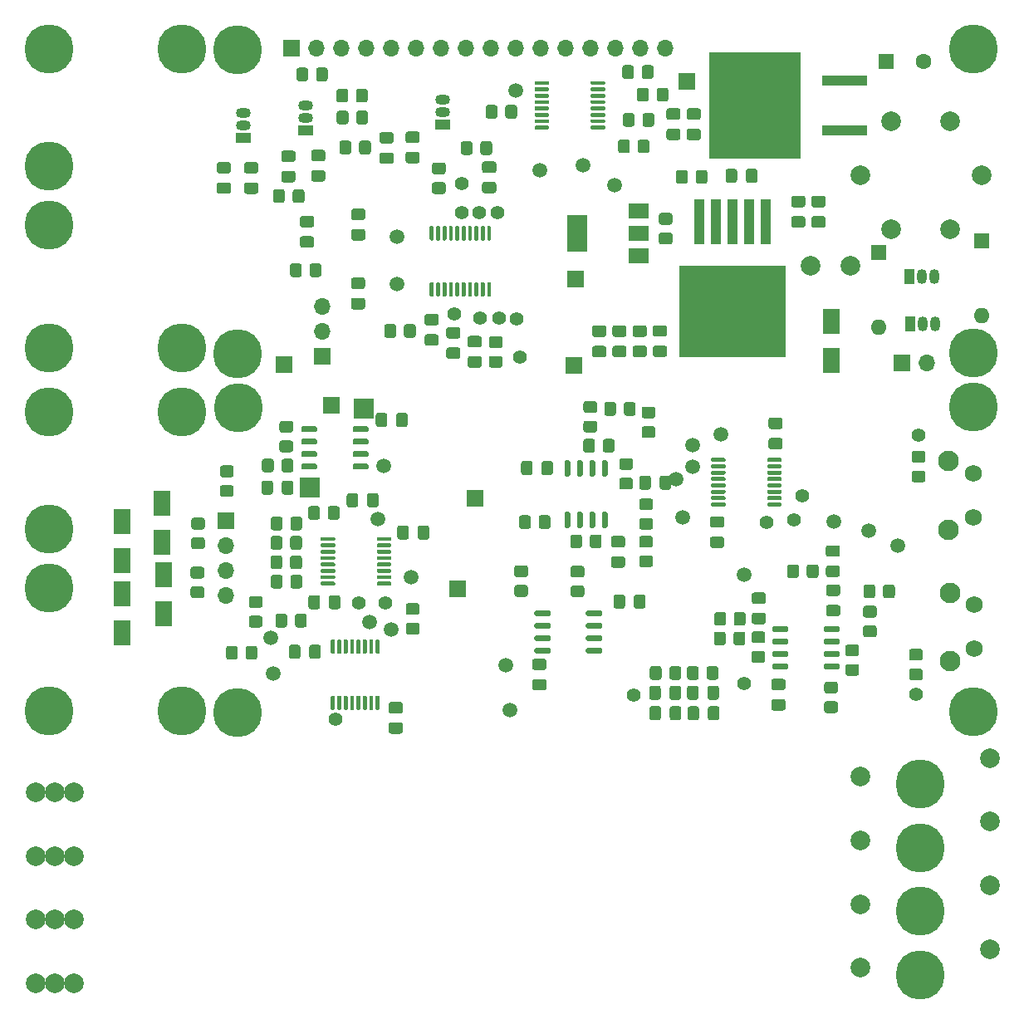
<source format=gbr>
%TF.GenerationSoftware,KiCad,Pcbnew,5.1.8-5.1.8*%
%TF.CreationDate,2022-04-12T10:04:15+08:00*%
%TF.ProjectId,lcr_6,6c63725f-362e-46b6-9963-61645f706362,rev?*%
%TF.SameCoordinates,Original*%
%TF.FileFunction,Soldermask,Top*%
%TF.FilePolarity,Negative*%
%FSLAX46Y46*%
G04 Gerber Fmt 4.6, Leading zero omitted, Abs format (unit mm)*
G04 Created by KiCad (PCBNEW 5.1.8-5.1.8) date 2022-04-12 10:04:15*
%MOMM*%
%LPD*%
G01*
G04 APERTURE LIST*
%ADD10C,2.000000*%
%ADD11C,5.000000*%
%ADD12C,1.600000*%
%ADD13R,1.600000X1.600000*%
%ADD14R,1.700000X1.700000*%
%ADD15R,1.050000X1.500000*%
%ADD16O,1.050000X1.500000*%
%ADD17O,1.600000X1.600000*%
%ADD18O,1.700000X1.700000*%
%ADD19C,1.500000*%
%ADD20C,1.400000*%
%ADD21R,1.800000X2.500000*%
%ADD22R,2.000000X2.000000*%
%ADD23R,2.000000X1.500000*%
%ADD24R,2.000000X3.800000*%
%ADD25R,9.400000X10.800000*%
%ADD26R,4.600000X1.100000*%
%ADD27R,10.800000X9.400000*%
%ADD28R,1.100000X4.600000*%
%ADD29C,2.100000*%
%ADD30C,1.750000*%
%ADD31R,1.500000X1.050000*%
%ADD32O,1.500000X1.050000*%
G04 APERTURE END LIST*
D10*
%TO.C,REF\u002A\u002A*%
X82600000Y-128800000D03*
%TD*%
%TO.C,REF\u002A\u002A*%
X86500000Y-128800000D03*
%TD*%
%TO.C,REF\u002A\u002A*%
X84600000Y-128800000D03*
%TD*%
%TO.C,REF\u002A\u002A*%
X179900000Y-125300000D03*
%TD*%
%TO.C,REF\u002A\u002A*%
X166700000Y-127200000D03*
%TD*%
D11*
%TO.C,REF\u002A\u002A*%
X172800000Y-127940000D03*
%TD*%
D10*
%TO.C,REF\u002A\u002A*%
X84600000Y-135300000D03*
%TD*%
%TO.C,REF\u002A\u002A*%
X166700000Y-133700000D03*
%TD*%
%TO.C,REF\u002A\u002A*%
X86500000Y-135300000D03*
%TD*%
%TO.C,REF\u002A\u002A*%
X179900000Y-131800000D03*
%TD*%
%TO.C,REF\u002A\u002A*%
X82600000Y-135300000D03*
%TD*%
D11*
%TO.C,REF\u002A\u002A*%
X172800000Y-134440000D03*
%TD*%
D10*
%TO.C,REF\u002A\u002A*%
X166700000Y-140200000D03*
%TD*%
%TO.C,REF\u002A\u002A*%
X84600000Y-141800000D03*
%TD*%
%TO.C,REF\u002A\u002A*%
X179900000Y-138300000D03*
%TD*%
%TO.C,REF\u002A\u002A*%
X82600000Y-141800000D03*
%TD*%
%TO.C,REF\u002A\u002A*%
X86500000Y-141800000D03*
%TD*%
D11*
%TO.C,REF\u002A\u002A*%
X172800000Y-140940000D03*
%TD*%
D10*
%TO.C,REF\u002A\u002A*%
X166700000Y-146700000D03*
%TD*%
%TO.C,REF\u002A\u002A*%
X86500000Y-148300000D03*
%TD*%
%TO.C,REF\u002A\u002A*%
X179900000Y-144800000D03*
%TD*%
D11*
%TO.C,REF\u002A\u002A*%
X172800000Y-147440000D03*
%TD*%
D10*
%TO.C,REF\u002A\u002A*%
X84600000Y-148300000D03*
%TD*%
%TO.C,REF\u002A\u002A*%
X82600000Y-148300000D03*
%TD*%
D12*
%TO.C,C45*%
X173115000Y-54283000D03*
D13*
X169315000Y-54283000D03*
%TD*%
%TO.C,C28*%
G36*
G01*
X143596000Y-109838000D02*
X143596000Y-108888000D01*
G75*
G02*
X143846000Y-108638000I250000J0D01*
G01*
X144521000Y-108638000D01*
G75*
G02*
X144771000Y-108888000I0J-250000D01*
G01*
X144771000Y-109838000D01*
G75*
G02*
X144521000Y-110088000I-250000J0D01*
G01*
X143846000Y-110088000D01*
G75*
G02*
X143596000Y-109838000I0J250000D01*
G01*
G37*
G36*
G01*
X141521000Y-109838000D02*
X141521000Y-108888000D01*
G75*
G02*
X141771000Y-108638000I250000J0D01*
G01*
X142446000Y-108638000D01*
G75*
G02*
X142696000Y-108888000I0J-250000D01*
G01*
X142696000Y-109838000D01*
G75*
G02*
X142446000Y-110088000I-250000J0D01*
G01*
X141771000Y-110088000D01*
G75*
G02*
X141521000Y-109838000I0J250000D01*
G01*
G37*
%TD*%
D14*
%TO.C,J3*%
X127433000Y-98797000D03*
%TD*%
D10*
%TO.C,TR1*%
X166647000Y-65910000D03*
X179047000Y-65910000D03*
X169847000Y-60410000D03*
X169847000Y-71410000D03*
X175847000Y-60410000D03*
X175847000Y-71410000D03*
%TD*%
D15*
%TO.C,Q2*%
X171707000Y-76234000D03*
D16*
X174247000Y-76234000D03*
X172977000Y-76234000D03*
%TD*%
D15*
%TO.C,Q1*%
X171793000Y-81038000D03*
D16*
X174333000Y-81038000D03*
X173063000Y-81038000D03*
%TD*%
D17*
%TO.C,D6*%
X179076000Y-80242000D03*
D13*
X179076000Y-72622000D03*
%TD*%
D17*
%TO.C,D5*%
X168527000Y-81427000D03*
D13*
X168527000Y-73807000D03*
%TD*%
D18*
%TO.C,BT1*%
X173450000Y-85008000D03*
D14*
X170910000Y-85008000D03*
%TD*%
D19*
%TO.C,REF\u002A\u002A*%
X167519000Y-102170000D03*
%TD*%
%TO.C,REF\u002A\u002A*%
X164004000Y-101168000D03*
%TD*%
%TO.C,REF\u002A\u002A*%
X170484000Y-103616000D03*
%TD*%
%TO.C,REF\u002A\u002A*%
X154821000Y-106643000D03*
%TD*%
%TO.C,REF\u002A\u002A*%
X131586000Y-57260000D03*
%TD*%
%TO.C,REF\u002A\u002A*%
X141610000Y-66903000D03*
%TD*%
%TO.C,REF\u002A\u002A*%
X138407000Y-64922000D03*
%TD*%
%TO.C,REF\u002A\u002A*%
X134009000Y-65407000D03*
%TD*%
D14*
%TO.C,J2*%
X125665000Y-108043000D03*
%TD*%
D20*
%TO.C,REF\u002A\u002A*%
X172345000Y-118795000D03*
%TD*%
%TO.C,REF\u002A\u002A*%
X172649000Y-92371000D03*
%TD*%
%TO.C,REF\u002A\u002A*%
X143550000Y-118909000D03*
%TD*%
%TO.C,REF\u002A\u002A*%
X154875000Y-117703000D03*
%TD*%
%TO.C,REF\u002A\u002A*%
X160721000Y-98599000D03*
%TD*%
%TO.C,REF\u002A\u002A*%
X159910000Y-101037000D03*
%TD*%
%TO.C,REF\u002A\u002A*%
X157130000Y-101252000D03*
%TD*%
D19*
%TO.C,REF\u002A\u002A*%
X148606000Y-100752000D03*
%TD*%
%TO.C,REF\u002A\u002A*%
X147928000Y-96920000D03*
%TD*%
%TO.C,REF\u002A\u002A*%
X149611000Y-95655000D03*
%TD*%
%TO.C,REF\u002A\u002A*%
X149558000Y-93398000D03*
%TD*%
%TO.C,REF\u002A\u002A*%
X152485000Y-92293000D03*
%TD*%
%TO.C,REF\u002A\u002A*%
X130971000Y-120452000D03*
%TD*%
%TO.C,REF\u002A\u002A*%
X130506000Y-115835000D03*
%TD*%
D20*
%TO.C,REF\u002A\u002A*%
X113214000Y-121347000D03*
%TD*%
D19*
%TO.C,REF\u002A\u002A*%
X116671000Y-111419000D03*
%TD*%
%TO.C,REF\u002A\u002A*%
X106585000Y-113067000D03*
%TD*%
%TO.C,REF\u002A\u002A*%
X106862000Y-116672000D03*
%TD*%
%TO.C,REF\u002A\u002A*%
X118865000Y-112214000D03*
%TD*%
%TO.C,REF\u002A\u002A*%
X120869000Y-106835000D03*
%TD*%
D20*
%TO.C,REF\u002A\u002A*%
X118287000Y-109489000D03*
%TD*%
%TO.C,REF\u002A\u002A*%
X115576000Y-109473000D03*
%TD*%
D21*
%TO.C,D1*%
X95507000Y-99299000D03*
X95507000Y-103299000D03*
%TD*%
D19*
%TO.C,REF\u002A\u002A*%
X117515000Y-100990000D03*
%TD*%
%TO.C,REF\u002A\u002A*%
X118127000Y-95502000D03*
%TD*%
D22*
%TO.C,REF\u002A\u002A*%
X116018000Y-89649000D03*
%TD*%
%TO.C,REF\u002A\u002A*%
X110582000Y-97767000D03*
%TD*%
D14*
%TO.C,J1*%
X112772000Y-89375000D03*
%TD*%
D18*
%TO.C,REF\u002A\u002A*%
X102012000Y-108763000D03*
X102012000Y-106223000D03*
X102012000Y-103683000D03*
D14*
X102012000Y-101143000D03*
%TD*%
D20*
%TO.C,REF\u002A\u002A*%
X131983000Y-84473000D03*
%TD*%
%TO.C,REF\u002A\u002A*%
X131674000Y-80513000D03*
%TD*%
%TO.C,REF\u002A\u002A*%
X129839000Y-80493000D03*
%TD*%
%TO.C,REF\u002A\u002A*%
X127941000Y-80493000D03*
%TD*%
%TO.C,REF\u002A\u002A*%
X126058000Y-66768000D03*
%TD*%
%TO.C,REF\u002A\u002A*%
X127864000Y-69700000D03*
%TD*%
%TO.C,REF\u002A\u002A*%
X129699000Y-69716000D03*
%TD*%
%TO.C,REF\u002A\u002A*%
X125246000Y-80031000D03*
%TD*%
%TO.C,REF\u002A\u002A*%
X126072000Y-69677000D03*
%TD*%
D18*
%TO.C,J5*%
X111786000Y-79278000D03*
X111786000Y-81818000D03*
D14*
X111786000Y-84358000D03*
%TD*%
D11*
%TO.C,REF\u002A\u002A*%
X103230000Y-120639000D03*
%TD*%
%TO.C,REF\u002A\u002A*%
X178209000Y-120562000D03*
%TD*%
%TO.C,REF\u002A\u002A*%
X178238000Y-89559000D03*
%TD*%
%TO.C,REF\u002A\u002A*%
X103261000Y-89606000D03*
%TD*%
%TO.C,REF\u002A\u002A*%
X103186000Y-84113000D03*
%TD*%
D18*
%TO.C,DS1*%
X146801000Y-52975000D03*
X144261000Y-52975000D03*
X141721000Y-52975000D03*
X139181000Y-52975000D03*
X136641000Y-52975000D03*
X134101000Y-52975000D03*
X131561000Y-52975000D03*
X129021000Y-52975000D03*
X126481000Y-52975000D03*
X123941000Y-52975000D03*
X121401000Y-52975000D03*
X118861000Y-52975000D03*
X116321000Y-52975000D03*
X113781000Y-52975000D03*
X111241000Y-52975000D03*
D14*
X108701000Y-52975000D03*
%TD*%
D11*
%TO.C,REF\u002A\u002A*%
X83960000Y-102000000D03*
%TD*%
%TO.C,REF\u002A\u002A*%
X84000000Y-120540000D03*
%TD*%
%TO.C,REF\u002A\u002A*%
X97500000Y-120540000D03*
%TD*%
%TO.C,REF\u002A\u002A*%
X84000000Y-90040000D03*
%TD*%
%TO.C,REF\u002A\u002A*%
X83960000Y-108000000D03*
%TD*%
%TO.C,REF\u002A\u002A*%
X97500000Y-90040000D03*
%TD*%
%TO.C,REF\u002A\u002A*%
X84000000Y-83540000D03*
%TD*%
%TO.C,REF\u002A\u002A*%
X97500000Y-83540000D03*
%TD*%
%TO.C,REF\u002A\u002A*%
X97500000Y-53040000D03*
%TD*%
%TO.C,REF\u002A\u002A*%
X84000000Y-53040000D03*
%TD*%
%TO.C,REF\u002A\u002A*%
X83960000Y-71000000D03*
%TD*%
%TO.C,REF\u002A\u002A*%
X83960000Y-65000000D03*
%TD*%
%TO.C,REF\u002A\u002A*%
X178165000Y-84036000D03*
%TD*%
%TO.C,REF\u002A\u002A*%
X178194000Y-53033000D03*
%TD*%
%TO.C,REF\u002A\u002A*%
X103217000Y-53080000D03*
%TD*%
D19*
%TO.C,Y1*%
X119478000Y-77009000D03*
X119478000Y-72129000D03*
%TD*%
%TO.C,U12*%
G36*
G01*
X123086000Y-72552000D02*
X122886000Y-72552000D01*
G75*
G02*
X122786000Y-72452000I0J100000D01*
G01*
X122786000Y-71177000D01*
G75*
G02*
X122886000Y-71077000I100000J0D01*
G01*
X123086000Y-71077000D01*
G75*
G02*
X123186000Y-71177000I0J-100000D01*
G01*
X123186000Y-72452000D01*
G75*
G02*
X123086000Y-72552000I-100000J0D01*
G01*
G37*
G36*
G01*
X123736000Y-72552000D02*
X123536000Y-72552000D01*
G75*
G02*
X123436000Y-72452000I0J100000D01*
G01*
X123436000Y-71177000D01*
G75*
G02*
X123536000Y-71077000I100000J0D01*
G01*
X123736000Y-71077000D01*
G75*
G02*
X123836000Y-71177000I0J-100000D01*
G01*
X123836000Y-72452000D01*
G75*
G02*
X123736000Y-72552000I-100000J0D01*
G01*
G37*
G36*
G01*
X124386000Y-72552000D02*
X124186000Y-72552000D01*
G75*
G02*
X124086000Y-72452000I0J100000D01*
G01*
X124086000Y-71177000D01*
G75*
G02*
X124186000Y-71077000I100000J0D01*
G01*
X124386000Y-71077000D01*
G75*
G02*
X124486000Y-71177000I0J-100000D01*
G01*
X124486000Y-72452000D01*
G75*
G02*
X124386000Y-72552000I-100000J0D01*
G01*
G37*
G36*
G01*
X125036000Y-72552000D02*
X124836000Y-72552000D01*
G75*
G02*
X124736000Y-72452000I0J100000D01*
G01*
X124736000Y-71177000D01*
G75*
G02*
X124836000Y-71077000I100000J0D01*
G01*
X125036000Y-71077000D01*
G75*
G02*
X125136000Y-71177000I0J-100000D01*
G01*
X125136000Y-72452000D01*
G75*
G02*
X125036000Y-72552000I-100000J0D01*
G01*
G37*
G36*
G01*
X125686000Y-72552000D02*
X125486000Y-72552000D01*
G75*
G02*
X125386000Y-72452000I0J100000D01*
G01*
X125386000Y-71177000D01*
G75*
G02*
X125486000Y-71077000I100000J0D01*
G01*
X125686000Y-71077000D01*
G75*
G02*
X125786000Y-71177000I0J-100000D01*
G01*
X125786000Y-72452000D01*
G75*
G02*
X125686000Y-72552000I-100000J0D01*
G01*
G37*
G36*
G01*
X126336000Y-72552000D02*
X126136000Y-72552000D01*
G75*
G02*
X126036000Y-72452000I0J100000D01*
G01*
X126036000Y-71177000D01*
G75*
G02*
X126136000Y-71077000I100000J0D01*
G01*
X126336000Y-71077000D01*
G75*
G02*
X126436000Y-71177000I0J-100000D01*
G01*
X126436000Y-72452000D01*
G75*
G02*
X126336000Y-72552000I-100000J0D01*
G01*
G37*
G36*
G01*
X126986000Y-72552000D02*
X126786000Y-72552000D01*
G75*
G02*
X126686000Y-72452000I0J100000D01*
G01*
X126686000Y-71177000D01*
G75*
G02*
X126786000Y-71077000I100000J0D01*
G01*
X126986000Y-71077000D01*
G75*
G02*
X127086000Y-71177000I0J-100000D01*
G01*
X127086000Y-72452000D01*
G75*
G02*
X126986000Y-72552000I-100000J0D01*
G01*
G37*
G36*
G01*
X127636000Y-72552000D02*
X127436000Y-72552000D01*
G75*
G02*
X127336000Y-72452000I0J100000D01*
G01*
X127336000Y-71177000D01*
G75*
G02*
X127436000Y-71077000I100000J0D01*
G01*
X127636000Y-71077000D01*
G75*
G02*
X127736000Y-71177000I0J-100000D01*
G01*
X127736000Y-72452000D01*
G75*
G02*
X127636000Y-72552000I-100000J0D01*
G01*
G37*
G36*
G01*
X128286000Y-72552000D02*
X128086000Y-72552000D01*
G75*
G02*
X127986000Y-72452000I0J100000D01*
G01*
X127986000Y-71177000D01*
G75*
G02*
X128086000Y-71077000I100000J0D01*
G01*
X128286000Y-71077000D01*
G75*
G02*
X128386000Y-71177000I0J-100000D01*
G01*
X128386000Y-72452000D01*
G75*
G02*
X128286000Y-72552000I-100000J0D01*
G01*
G37*
G36*
G01*
X128936000Y-72552000D02*
X128736000Y-72552000D01*
G75*
G02*
X128636000Y-72452000I0J100000D01*
G01*
X128636000Y-71177000D01*
G75*
G02*
X128736000Y-71077000I100000J0D01*
G01*
X128936000Y-71077000D01*
G75*
G02*
X129036000Y-71177000I0J-100000D01*
G01*
X129036000Y-72452000D01*
G75*
G02*
X128936000Y-72552000I-100000J0D01*
G01*
G37*
G36*
G01*
X128936000Y-78277000D02*
X128736000Y-78277000D01*
G75*
G02*
X128636000Y-78177000I0J100000D01*
G01*
X128636000Y-76902000D01*
G75*
G02*
X128736000Y-76802000I100000J0D01*
G01*
X128936000Y-76802000D01*
G75*
G02*
X129036000Y-76902000I0J-100000D01*
G01*
X129036000Y-78177000D01*
G75*
G02*
X128936000Y-78277000I-100000J0D01*
G01*
G37*
G36*
G01*
X128286000Y-78277000D02*
X128086000Y-78277000D01*
G75*
G02*
X127986000Y-78177000I0J100000D01*
G01*
X127986000Y-76902000D01*
G75*
G02*
X128086000Y-76802000I100000J0D01*
G01*
X128286000Y-76802000D01*
G75*
G02*
X128386000Y-76902000I0J-100000D01*
G01*
X128386000Y-78177000D01*
G75*
G02*
X128286000Y-78277000I-100000J0D01*
G01*
G37*
G36*
G01*
X127636000Y-78277000D02*
X127436000Y-78277000D01*
G75*
G02*
X127336000Y-78177000I0J100000D01*
G01*
X127336000Y-76902000D01*
G75*
G02*
X127436000Y-76802000I100000J0D01*
G01*
X127636000Y-76802000D01*
G75*
G02*
X127736000Y-76902000I0J-100000D01*
G01*
X127736000Y-78177000D01*
G75*
G02*
X127636000Y-78277000I-100000J0D01*
G01*
G37*
G36*
G01*
X126986000Y-78277000D02*
X126786000Y-78277000D01*
G75*
G02*
X126686000Y-78177000I0J100000D01*
G01*
X126686000Y-76902000D01*
G75*
G02*
X126786000Y-76802000I100000J0D01*
G01*
X126986000Y-76802000D01*
G75*
G02*
X127086000Y-76902000I0J-100000D01*
G01*
X127086000Y-78177000D01*
G75*
G02*
X126986000Y-78277000I-100000J0D01*
G01*
G37*
G36*
G01*
X126336000Y-78277000D02*
X126136000Y-78277000D01*
G75*
G02*
X126036000Y-78177000I0J100000D01*
G01*
X126036000Y-76902000D01*
G75*
G02*
X126136000Y-76802000I100000J0D01*
G01*
X126336000Y-76802000D01*
G75*
G02*
X126436000Y-76902000I0J-100000D01*
G01*
X126436000Y-78177000D01*
G75*
G02*
X126336000Y-78277000I-100000J0D01*
G01*
G37*
G36*
G01*
X125686000Y-78277000D02*
X125486000Y-78277000D01*
G75*
G02*
X125386000Y-78177000I0J100000D01*
G01*
X125386000Y-76902000D01*
G75*
G02*
X125486000Y-76802000I100000J0D01*
G01*
X125686000Y-76802000D01*
G75*
G02*
X125786000Y-76902000I0J-100000D01*
G01*
X125786000Y-78177000D01*
G75*
G02*
X125686000Y-78277000I-100000J0D01*
G01*
G37*
G36*
G01*
X125036000Y-78277000D02*
X124836000Y-78277000D01*
G75*
G02*
X124736000Y-78177000I0J100000D01*
G01*
X124736000Y-76902000D01*
G75*
G02*
X124836000Y-76802000I100000J0D01*
G01*
X125036000Y-76802000D01*
G75*
G02*
X125136000Y-76902000I0J-100000D01*
G01*
X125136000Y-78177000D01*
G75*
G02*
X125036000Y-78277000I-100000J0D01*
G01*
G37*
G36*
G01*
X124386000Y-78277000D02*
X124186000Y-78277000D01*
G75*
G02*
X124086000Y-78177000I0J100000D01*
G01*
X124086000Y-76902000D01*
G75*
G02*
X124186000Y-76802000I100000J0D01*
G01*
X124386000Y-76802000D01*
G75*
G02*
X124486000Y-76902000I0J-100000D01*
G01*
X124486000Y-78177000D01*
G75*
G02*
X124386000Y-78277000I-100000J0D01*
G01*
G37*
G36*
G01*
X123736000Y-78277000D02*
X123536000Y-78277000D01*
G75*
G02*
X123436000Y-78177000I0J100000D01*
G01*
X123436000Y-76902000D01*
G75*
G02*
X123536000Y-76802000I100000J0D01*
G01*
X123736000Y-76802000D01*
G75*
G02*
X123836000Y-76902000I0J-100000D01*
G01*
X123836000Y-78177000D01*
G75*
G02*
X123736000Y-78277000I-100000J0D01*
G01*
G37*
G36*
G01*
X123086000Y-78277000D02*
X122886000Y-78277000D01*
G75*
G02*
X122786000Y-78177000I0J100000D01*
G01*
X122786000Y-76902000D01*
G75*
G02*
X122886000Y-76802000I100000J0D01*
G01*
X123086000Y-76802000D01*
G75*
G02*
X123186000Y-76902000I0J-100000D01*
G01*
X123186000Y-78177000D01*
G75*
G02*
X123086000Y-78277000I-100000J0D01*
G01*
G37*
%TD*%
%TO.C,U11*%
G36*
G01*
X139190000Y-56587000D02*
X139190000Y-56387000D01*
G75*
G02*
X139290000Y-56287000I100000J0D01*
G01*
X140565000Y-56287000D01*
G75*
G02*
X140665000Y-56387000I0J-100000D01*
G01*
X140665000Y-56587000D01*
G75*
G02*
X140565000Y-56687000I-100000J0D01*
G01*
X139290000Y-56687000D01*
G75*
G02*
X139190000Y-56587000I0J100000D01*
G01*
G37*
G36*
G01*
X139190000Y-57237000D02*
X139190000Y-57037000D01*
G75*
G02*
X139290000Y-56937000I100000J0D01*
G01*
X140565000Y-56937000D01*
G75*
G02*
X140665000Y-57037000I0J-100000D01*
G01*
X140665000Y-57237000D01*
G75*
G02*
X140565000Y-57337000I-100000J0D01*
G01*
X139290000Y-57337000D01*
G75*
G02*
X139190000Y-57237000I0J100000D01*
G01*
G37*
G36*
G01*
X139190000Y-57887000D02*
X139190000Y-57687000D01*
G75*
G02*
X139290000Y-57587000I100000J0D01*
G01*
X140565000Y-57587000D01*
G75*
G02*
X140665000Y-57687000I0J-100000D01*
G01*
X140665000Y-57887000D01*
G75*
G02*
X140565000Y-57987000I-100000J0D01*
G01*
X139290000Y-57987000D01*
G75*
G02*
X139190000Y-57887000I0J100000D01*
G01*
G37*
G36*
G01*
X139190000Y-58537000D02*
X139190000Y-58337000D01*
G75*
G02*
X139290000Y-58237000I100000J0D01*
G01*
X140565000Y-58237000D01*
G75*
G02*
X140665000Y-58337000I0J-100000D01*
G01*
X140665000Y-58537000D01*
G75*
G02*
X140565000Y-58637000I-100000J0D01*
G01*
X139290000Y-58637000D01*
G75*
G02*
X139190000Y-58537000I0J100000D01*
G01*
G37*
G36*
G01*
X139190000Y-59187000D02*
X139190000Y-58987000D01*
G75*
G02*
X139290000Y-58887000I100000J0D01*
G01*
X140565000Y-58887000D01*
G75*
G02*
X140665000Y-58987000I0J-100000D01*
G01*
X140665000Y-59187000D01*
G75*
G02*
X140565000Y-59287000I-100000J0D01*
G01*
X139290000Y-59287000D01*
G75*
G02*
X139190000Y-59187000I0J100000D01*
G01*
G37*
G36*
G01*
X139190000Y-59837000D02*
X139190000Y-59637000D01*
G75*
G02*
X139290000Y-59537000I100000J0D01*
G01*
X140565000Y-59537000D01*
G75*
G02*
X140665000Y-59637000I0J-100000D01*
G01*
X140665000Y-59837000D01*
G75*
G02*
X140565000Y-59937000I-100000J0D01*
G01*
X139290000Y-59937000D01*
G75*
G02*
X139190000Y-59837000I0J100000D01*
G01*
G37*
G36*
G01*
X139190000Y-60487000D02*
X139190000Y-60287000D01*
G75*
G02*
X139290000Y-60187000I100000J0D01*
G01*
X140565000Y-60187000D01*
G75*
G02*
X140665000Y-60287000I0J-100000D01*
G01*
X140665000Y-60487000D01*
G75*
G02*
X140565000Y-60587000I-100000J0D01*
G01*
X139290000Y-60587000D01*
G75*
G02*
X139190000Y-60487000I0J100000D01*
G01*
G37*
G36*
G01*
X139190000Y-61137000D02*
X139190000Y-60937000D01*
G75*
G02*
X139290000Y-60837000I100000J0D01*
G01*
X140565000Y-60837000D01*
G75*
G02*
X140665000Y-60937000I0J-100000D01*
G01*
X140665000Y-61137000D01*
G75*
G02*
X140565000Y-61237000I-100000J0D01*
G01*
X139290000Y-61237000D01*
G75*
G02*
X139190000Y-61137000I0J100000D01*
G01*
G37*
G36*
G01*
X133465000Y-61137000D02*
X133465000Y-60937000D01*
G75*
G02*
X133565000Y-60837000I100000J0D01*
G01*
X134840000Y-60837000D01*
G75*
G02*
X134940000Y-60937000I0J-100000D01*
G01*
X134940000Y-61137000D01*
G75*
G02*
X134840000Y-61237000I-100000J0D01*
G01*
X133565000Y-61237000D01*
G75*
G02*
X133465000Y-61137000I0J100000D01*
G01*
G37*
G36*
G01*
X133465000Y-60487000D02*
X133465000Y-60287000D01*
G75*
G02*
X133565000Y-60187000I100000J0D01*
G01*
X134840000Y-60187000D01*
G75*
G02*
X134940000Y-60287000I0J-100000D01*
G01*
X134940000Y-60487000D01*
G75*
G02*
X134840000Y-60587000I-100000J0D01*
G01*
X133565000Y-60587000D01*
G75*
G02*
X133465000Y-60487000I0J100000D01*
G01*
G37*
G36*
G01*
X133465000Y-59837000D02*
X133465000Y-59637000D01*
G75*
G02*
X133565000Y-59537000I100000J0D01*
G01*
X134840000Y-59537000D01*
G75*
G02*
X134940000Y-59637000I0J-100000D01*
G01*
X134940000Y-59837000D01*
G75*
G02*
X134840000Y-59937000I-100000J0D01*
G01*
X133565000Y-59937000D01*
G75*
G02*
X133465000Y-59837000I0J100000D01*
G01*
G37*
G36*
G01*
X133465000Y-59187000D02*
X133465000Y-58987000D01*
G75*
G02*
X133565000Y-58887000I100000J0D01*
G01*
X134840000Y-58887000D01*
G75*
G02*
X134940000Y-58987000I0J-100000D01*
G01*
X134940000Y-59187000D01*
G75*
G02*
X134840000Y-59287000I-100000J0D01*
G01*
X133565000Y-59287000D01*
G75*
G02*
X133465000Y-59187000I0J100000D01*
G01*
G37*
G36*
G01*
X133465000Y-58537000D02*
X133465000Y-58337000D01*
G75*
G02*
X133565000Y-58237000I100000J0D01*
G01*
X134840000Y-58237000D01*
G75*
G02*
X134940000Y-58337000I0J-100000D01*
G01*
X134940000Y-58537000D01*
G75*
G02*
X134840000Y-58637000I-100000J0D01*
G01*
X133565000Y-58637000D01*
G75*
G02*
X133465000Y-58537000I0J100000D01*
G01*
G37*
G36*
G01*
X133465000Y-57887000D02*
X133465000Y-57687000D01*
G75*
G02*
X133565000Y-57587000I100000J0D01*
G01*
X134840000Y-57587000D01*
G75*
G02*
X134940000Y-57687000I0J-100000D01*
G01*
X134940000Y-57887000D01*
G75*
G02*
X134840000Y-57987000I-100000J0D01*
G01*
X133565000Y-57987000D01*
G75*
G02*
X133465000Y-57887000I0J100000D01*
G01*
G37*
G36*
G01*
X133465000Y-57237000D02*
X133465000Y-57037000D01*
G75*
G02*
X133565000Y-56937000I100000J0D01*
G01*
X134840000Y-56937000D01*
G75*
G02*
X134940000Y-57037000I0J-100000D01*
G01*
X134940000Y-57237000D01*
G75*
G02*
X134840000Y-57337000I-100000J0D01*
G01*
X133565000Y-57337000D01*
G75*
G02*
X133465000Y-57237000I0J100000D01*
G01*
G37*
G36*
G01*
X133465000Y-56587000D02*
X133465000Y-56387000D01*
G75*
G02*
X133565000Y-56287000I100000J0D01*
G01*
X134840000Y-56287000D01*
G75*
G02*
X134940000Y-56387000I0J-100000D01*
G01*
X134940000Y-56587000D01*
G75*
G02*
X134840000Y-56687000I-100000J0D01*
G01*
X133565000Y-56687000D01*
G75*
G02*
X133465000Y-56587000I0J100000D01*
G01*
G37*
%TD*%
%TO.C,U10*%
G36*
G01*
X159330000Y-115807000D02*
X159330000Y-116107000D01*
G75*
G02*
X159180000Y-116257000I-150000J0D01*
G01*
X157830000Y-116257000D01*
G75*
G02*
X157680000Y-116107000I0J150000D01*
G01*
X157680000Y-115807000D01*
G75*
G02*
X157830000Y-115657000I150000J0D01*
G01*
X159180000Y-115657000D01*
G75*
G02*
X159330000Y-115807000I0J-150000D01*
G01*
G37*
G36*
G01*
X159330000Y-114537000D02*
X159330000Y-114837000D01*
G75*
G02*
X159180000Y-114987000I-150000J0D01*
G01*
X157830000Y-114987000D01*
G75*
G02*
X157680000Y-114837000I0J150000D01*
G01*
X157680000Y-114537000D01*
G75*
G02*
X157830000Y-114387000I150000J0D01*
G01*
X159180000Y-114387000D01*
G75*
G02*
X159330000Y-114537000I0J-150000D01*
G01*
G37*
G36*
G01*
X159330000Y-113267000D02*
X159330000Y-113567000D01*
G75*
G02*
X159180000Y-113717000I-150000J0D01*
G01*
X157830000Y-113717000D01*
G75*
G02*
X157680000Y-113567000I0J150000D01*
G01*
X157680000Y-113267000D01*
G75*
G02*
X157830000Y-113117000I150000J0D01*
G01*
X159180000Y-113117000D01*
G75*
G02*
X159330000Y-113267000I0J-150000D01*
G01*
G37*
G36*
G01*
X159330000Y-111997000D02*
X159330000Y-112297000D01*
G75*
G02*
X159180000Y-112447000I-150000J0D01*
G01*
X157830000Y-112447000D01*
G75*
G02*
X157680000Y-112297000I0J150000D01*
G01*
X157680000Y-111997000D01*
G75*
G02*
X157830000Y-111847000I150000J0D01*
G01*
X159180000Y-111847000D01*
G75*
G02*
X159330000Y-111997000I0J-150000D01*
G01*
G37*
G36*
G01*
X164580000Y-111997000D02*
X164580000Y-112297000D01*
G75*
G02*
X164430000Y-112447000I-150000J0D01*
G01*
X163080000Y-112447000D01*
G75*
G02*
X162930000Y-112297000I0J150000D01*
G01*
X162930000Y-111997000D01*
G75*
G02*
X163080000Y-111847000I150000J0D01*
G01*
X164430000Y-111847000D01*
G75*
G02*
X164580000Y-111997000I0J-150000D01*
G01*
G37*
G36*
G01*
X164580000Y-113267000D02*
X164580000Y-113567000D01*
G75*
G02*
X164430000Y-113717000I-150000J0D01*
G01*
X163080000Y-113717000D01*
G75*
G02*
X162930000Y-113567000I0J150000D01*
G01*
X162930000Y-113267000D01*
G75*
G02*
X163080000Y-113117000I150000J0D01*
G01*
X164430000Y-113117000D01*
G75*
G02*
X164580000Y-113267000I0J-150000D01*
G01*
G37*
G36*
G01*
X164580000Y-114537000D02*
X164580000Y-114837000D01*
G75*
G02*
X164430000Y-114987000I-150000J0D01*
G01*
X163080000Y-114987000D01*
G75*
G02*
X162930000Y-114837000I0J150000D01*
G01*
X162930000Y-114537000D01*
G75*
G02*
X163080000Y-114387000I150000J0D01*
G01*
X164430000Y-114387000D01*
G75*
G02*
X164580000Y-114537000I0J-150000D01*
G01*
G37*
G36*
G01*
X164580000Y-115807000D02*
X164580000Y-116107000D01*
G75*
G02*
X164430000Y-116257000I-150000J0D01*
G01*
X163080000Y-116257000D01*
G75*
G02*
X162930000Y-116107000I0J150000D01*
G01*
X162930000Y-115807000D01*
G75*
G02*
X163080000Y-115657000I150000J0D01*
G01*
X164430000Y-115657000D01*
G75*
G02*
X164580000Y-115807000I0J-150000D01*
G01*
G37*
%TD*%
%TO.C,U8*%
G36*
G01*
X157184000Y-95019000D02*
X157184000Y-94819000D01*
G75*
G02*
X157284000Y-94719000I100000J0D01*
G01*
X158559000Y-94719000D01*
G75*
G02*
X158659000Y-94819000I0J-100000D01*
G01*
X158659000Y-95019000D01*
G75*
G02*
X158559000Y-95119000I-100000J0D01*
G01*
X157284000Y-95119000D01*
G75*
G02*
X157184000Y-95019000I0J100000D01*
G01*
G37*
G36*
G01*
X157184000Y-95669000D02*
X157184000Y-95469000D01*
G75*
G02*
X157284000Y-95369000I100000J0D01*
G01*
X158559000Y-95369000D01*
G75*
G02*
X158659000Y-95469000I0J-100000D01*
G01*
X158659000Y-95669000D01*
G75*
G02*
X158559000Y-95769000I-100000J0D01*
G01*
X157284000Y-95769000D01*
G75*
G02*
X157184000Y-95669000I0J100000D01*
G01*
G37*
G36*
G01*
X157184000Y-96319000D02*
X157184000Y-96119000D01*
G75*
G02*
X157284000Y-96019000I100000J0D01*
G01*
X158559000Y-96019000D01*
G75*
G02*
X158659000Y-96119000I0J-100000D01*
G01*
X158659000Y-96319000D01*
G75*
G02*
X158559000Y-96419000I-100000J0D01*
G01*
X157284000Y-96419000D01*
G75*
G02*
X157184000Y-96319000I0J100000D01*
G01*
G37*
G36*
G01*
X157184000Y-96969000D02*
X157184000Y-96769000D01*
G75*
G02*
X157284000Y-96669000I100000J0D01*
G01*
X158559000Y-96669000D01*
G75*
G02*
X158659000Y-96769000I0J-100000D01*
G01*
X158659000Y-96969000D01*
G75*
G02*
X158559000Y-97069000I-100000J0D01*
G01*
X157284000Y-97069000D01*
G75*
G02*
X157184000Y-96969000I0J100000D01*
G01*
G37*
G36*
G01*
X157184000Y-97619000D02*
X157184000Y-97419000D01*
G75*
G02*
X157284000Y-97319000I100000J0D01*
G01*
X158559000Y-97319000D01*
G75*
G02*
X158659000Y-97419000I0J-100000D01*
G01*
X158659000Y-97619000D01*
G75*
G02*
X158559000Y-97719000I-100000J0D01*
G01*
X157284000Y-97719000D01*
G75*
G02*
X157184000Y-97619000I0J100000D01*
G01*
G37*
G36*
G01*
X157184000Y-98269000D02*
X157184000Y-98069000D01*
G75*
G02*
X157284000Y-97969000I100000J0D01*
G01*
X158559000Y-97969000D01*
G75*
G02*
X158659000Y-98069000I0J-100000D01*
G01*
X158659000Y-98269000D01*
G75*
G02*
X158559000Y-98369000I-100000J0D01*
G01*
X157284000Y-98369000D01*
G75*
G02*
X157184000Y-98269000I0J100000D01*
G01*
G37*
G36*
G01*
X157184000Y-98919000D02*
X157184000Y-98719000D01*
G75*
G02*
X157284000Y-98619000I100000J0D01*
G01*
X158559000Y-98619000D01*
G75*
G02*
X158659000Y-98719000I0J-100000D01*
G01*
X158659000Y-98919000D01*
G75*
G02*
X158559000Y-99019000I-100000J0D01*
G01*
X157284000Y-99019000D01*
G75*
G02*
X157184000Y-98919000I0J100000D01*
G01*
G37*
G36*
G01*
X157184000Y-99569000D02*
X157184000Y-99369000D01*
G75*
G02*
X157284000Y-99269000I100000J0D01*
G01*
X158559000Y-99269000D01*
G75*
G02*
X158659000Y-99369000I0J-100000D01*
G01*
X158659000Y-99569000D01*
G75*
G02*
X158559000Y-99669000I-100000J0D01*
G01*
X157284000Y-99669000D01*
G75*
G02*
X157184000Y-99569000I0J100000D01*
G01*
G37*
G36*
G01*
X151459000Y-99569000D02*
X151459000Y-99369000D01*
G75*
G02*
X151559000Y-99269000I100000J0D01*
G01*
X152834000Y-99269000D01*
G75*
G02*
X152934000Y-99369000I0J-100000D01*
G01*
X152934000Y-99569000D01*
G75*
G02*
X152834000Y-99669000I-100000J0D01*
G01*
X151559000Y-99669000D01*
G75*
G02*
X151459000Y-99569000I0J100000D01*
G01*
G37*
G36*
G01*
X151459000Y-98919000D02*
X151459000Y-98719000D01*
G75*
G02*
X151559000Y-98619000I100000J0D01*
G01*
X152834000Y-98619000D01*
G75*
G02*
X152934000Y-98719000I0J-100000D01*
G01*
X152934000Y-98919000D01*
G75*
G02*
X152834000Y-99019000I-100000J0D01*
G01*
X151559000Y-99019000D01*
G75*
G02*
X151459000Y-98919000I0J100000D01*
G01*
G37*
G36*
G01*
X151459000Y-98269000D02*
X151459000Y-98069000D01*
G75*
G02*
X151559000Y-97969000I100000J0D01*
G01*
X152834000Y-97969000D01*
G75*
G02*
X152934000Y-98069000I0J-100000D01*
G01*
X152934000Y-98269000D01*
G75*
G02*
X152834000Y-98369000I-100000J0D01*
G01*
X151559000Y-98369000D01*
G75*
G02*
X151459000Y-98269000I0J100000D01*
G01*
G37*
G36*
G01*
X151459000Y-97619000D02*
X151459000Y-97419000D01*
G75*
G02*
X151559000Y-97319000I100000J0D01*
G01*
X152834000Y-97319000D01*
G75*
G02*
X152934000Y-97419000I0J-100000D01*
G01*
X152934000Y-97619000D01*
G75*
G02*
X152834000Y-97719000I-100000J0D01*
G01*
X151559000Y-97719000D01*
G75*
G02*
X151459000Y-97619000I0J100000D01*
G01*
G37*
G36*
G01*
X151459000Y-96969000D02*
X151459000Y-96769000D01*
G75*
G02*
X151559000Y-96669000I100000J0D01*
G01*
X152834000Y-96669000D01*
G75*
G02*
X152934000Y-96769000I0J-100000D01*
G01*
X152934000Y-96969000D01*
G75*
G02*
X152834000Y-97069000I-100000J0D01*
G01*
X151559000Y-97069000D01*
G75*
G02*
X151459000Y-96969000I0J100000D01*
G01*
G37*
G36*
G01*
X151459000Y-96319000D02*
X151459000Y-96119000D01*
G75*
G02*
X151559000Y-96019000I100000J0D01*
G01*
X152834000Y-96019000D01*
G75*
G02*
X152934000Y-96119000I0J-100000D01*
G01*
X152934000Y-96319000D01*
G75*
G02*
X152834000Y-96419000I-100000J0D01*
G01*
X151559000Y-96419000D01*
G75*
G02*
X151459000Y-96319000I0J100000D01*
G01*
G37*
G36*
G01*
X151459000Y-95669000D02*
X151459000Y-95469000D01*
G75*
G02*
X151559000Y-95369000I100000J0D01*
G01*
X152834000Y-95369000D01*
G75*
G02*
X152934000Y-95469000I0J-100000D01*
G01*
X152934000Y-95669000D01*
G75*
G02*
X152834000Y-95769000I-100000J0D01*
G01*
X151559000Y-95769000D01*
G75*
G02*
X151459000Y-95669000I0J100000D01*
G01*
G37*
G36*
G01*
X151459000Y-95019000D02*
X151459000Y-94819000D01*
G75*
G02*
X151559000Y-94719000I100000J0D01*
G01*
X152834000Y-94719000D01*
G75*
G02*
X152934000Y-94819000I0J-100000D01*
G01*
X152934000Y-95019000D01*
G75*
G02*
X152834000Y-95119000I-100000J0D01*
G01*
X151559000Y-95119000D01*
G75*
G02*
X151459000Y-95019000I0J100000D01*
G01*
G37*
%TD*%
D23*
%TO.C,U9*%
X144097000Y-74113000D03*
X144097000Y-69513000D03*
X144097000Y-71813000D03*
D24*
X137797000Y-71813000D03*
%TD*%
%TO.C,U5*%
G36*
G01*
X140475000Y-100192000D02*
X140775000Y-100192000D01*
G75*
G02*
X140925000Y-100342000I0J-150000D01*
G01*
X140925000Y-101692000D01*
G75*
G02*
X140775000Y-101842000I-150000J0D01*
G01*
X140475000Y-101842000D01*
G75*
G02*
X140325000Y-101692000I0J150000D01*
G01*
X140325000Y-100342000D01*
G75*
G02*
X140475000Y-100192000I150000J0D01*
G01*
G37*
G36*
G01*
X139205000Y-100192000D02*
X139505000Y-100192000D01*
G75*
G02*
X139655000Y-100342000I0J-150000D01*
G01*
X139655000Y-101692000D01*
G75*
G02*
X139505000Y-101842000I-150000J0D01*
G01*
X139205000Y-101842000D01*
G75*
G02*
X139055000Y-101692000I0J150000D01*
G01*
X139055000Y-100342000D01*
G75*
G02*
X139205000Y-100192000I150000J0D01*
G01*
G37*
G36*
G01*
X137935000Y-100192000D02*
X138235000Y-100192000D01*
G75*
G02*
X138385000Y-100342000I0J-150000D01*
G01*
X138385000Y-101692000D01*
G75*
G02*
X138235000Y-101842000I-150000J0D01*
G01*
X137935000Y-101842000D01*
G75*
G02*
X137785000Y-101692000I0J150000D01*
G01*
X137785000Y-100342000D01*
G75*
G02*
X137935000Y-100192000I150000J0D01*
G01*
G37*
G36*
G01*
X136665000Y-100192000D02*
X136965000Y-100192000D01*
G75*
G02*
X137115000Y-100342000I0J-150000D01*
G01*
X137115000Y-101692000D01*
G75*
G02*
X136965000Y-101842000I-150000J0D01*
G01*
X136665000Y-101842000D01*
G75*
G02*
X136515000Y-101692000I0J150000D01*
G01*
X136515000Y-100342000D01*
G75*
G02*
X136665000Y-100192000I150000J0D01*
G01*
G37*
G36*
G01*
X136665000Y-94942000D02*
X136965000Y-94942000D01*
G75*
G02*
X137115000Y-95092000I0J-150000D01*
G01*
X137115000Y-96442000D01*
G75*
G02*
X136965000Y-96592000I-150000J0D01*
G01*
X136665000Y-96592000D01*
G75*
G02*
X136515000Y-96442000I0J150000D01*
G01*
X136515000Y-95092000D01*
G75*
G02*
X136665000Y-94942000I150000J0D01*
G01*
G37*
G36*
G01*
X137935000Y-94942000D02*
X138235000Y-94942000D01*
G75*
G02*
X138385000Y-95092000I0J-150000D01*
G01*
X138385000Y-96442000D01*
G75*
G02*
X138235000Y-96592000I-150000J0D01*
G01*
X137935000Y-96592000D01*
G75*
G02*
X137785000Y-96442000I0J150000D01*
G01*
X137785000Y-95092000D01*
G75*
G02*
X137935000Y-94942000I150000J0D01*
G01*
G37*
G36*
G01*
X139205000Y-94942000D02*
X139505000Y-94942000D01*
G75*
G02*
X139655000Y-95092000I0J-150000D01*
G01*
X139655000Y-96442000D01*
G75*
G02*
X139505000Y-96592000I-150000J0D01*
G01*
X139205000Y-96592000D01*
G75*
G02*
X139055000Y-96442000I0J150000D01*
G01*
X139055000Y-95092000D01*
G75*
G02*
X139205000Y-94942000I150000J0D01*
G01*
G37*
G36*
G01*
X140475000Y-94942000D02*
X140775000Y-94942000D01*
G75*
G02*
X140925000Y-95092000I0J-150000D01*
G01*
X140925000Y-96442000D01*
G75*
G02*
X140775000Y-96592000I-150000J0D01*
G01*
X140475000Y-96592000D01*
G75*
G02*
X140325000Y-96442000I0J150000D01*
G01*
X140325000Y-95092000D01*
G75*
G02*
X140475000Y-94942000I150000J0D01*
G01*
G37*
%TD*%
D25*
%TO.C,U7*%
X155894000Y-58811000D03*
D26*
X165044000Y-56271000D03*
X165044000Y-61351000D03*
%TD*%
D27*
%TO.C,U6*%
X153651000Y-79750000D03*
D28*
X150251000Y-70600000D03*
X151951000Y-70600000D03*
X153651000Y-70600000D03*
X155351000Y-70600000D03*
X157051000Y-70600000D03*
%TD*%
%TO.C,U4*%
G36*
G01*
X138694028Y-110711348D02*
X138694028Y-110411348D01*
G75*
G02*
X138844028Y-110261348I150000J0D01*
G01*
X140194028Y-110261348D01*
G75*
G02*
X140344028Y-110411348I0J-150000D01*
G01*
X140344028Y-110711348D01*
G75*
G02*
X140194028Y-110861348I-150000J0D01*
G01*
X138844028Y-110861348D01*
G75*
G02*
X138694028Y-110711348I0J150000D01*
G01*
G37*
G36*
G01*
X138694028Y-111981348D02*
X138694028Y-111681348D01*
G75*
G02*
X138844028Y-111531348I150000J0D01*
G01*
X140194028Y-111531348D01*
G75*
G02*
X140344028Y-111681348I0J-150000D01*
G01*
X140344028Y-111981348D01*
G75*
G02*
X140194028Y-112131348I-150000J0D01*
G01*
X138844028Y-112131348D01*
G75*
G02*
X138694028Y-111981348I0J150000D01*
G01*
G37*
G36*
G01*
X138694028Y-113251348D02*
X138694028Y-112951348D01*
G75*
G02*
X138844028Y-112801348I150000J0D01*
G01*
X140194028Y-112801348D01*
G75*
G02*
X140344028Y-112951348I0J-150000D01*
G01*
X140344028Y-113251348D01*
G75*
G02*
X140194028Y-113401348I-150000J0D01*
G01*
X138844028Y-113401348D01*
G75*
G02*
X138694028Y-113251348I0J150000D01*
G01*
G37*
G36*
G01*
X138694028Y-114521348D02*
X138694028Y-114221348D01*
G75*
G02*
X138844028Y-114071348I150000J0D01*
G01*
X140194028Y-114071348D01*
G75*
G02*
X140344028Y-114221348I0J-150000D01*
G01*
X140344028Y-114521348D01*
G75*
G02*
X140194028Y-114671348I-150000J0D01*
G01*
X138844028Y-114671348D01*
G75*
G02*
X138694028Y-114521348I0J150000D01*
G01*
G37*
G36*
G01*
X133444028Y-114521348D02*
X133444028Y-114221348D01*
G75*
G02*
X133594028Y-114071348I150000J0D01*
G01*
X134944028Y-114071348D01*
G75*
G02*
X135094028Y-114221348I0J-150000D01*
G01*
X135094028Y-114521348D01*
G75*
G02*
X134944028Y-114671348I-150000J0D01*
G01*
X133594028Y-114671348D01*
G75*
G02*
X133444028Y-114521348I0J150000D01*
G01*
G37*
G36*
G01*
X133444028Y-113251348D02*
X133444028Y-112951348D01*
G75*
G02*
X133594028Y-112801348I150000J0D01*
G01*
X134944028Y-112801348D01*
G75*
G02*
X135094028Y-112951348I0J-150000D01*
G01*
X135094028Y-113251348D01*
G75*
G02*
X134944028Y-113401348I-150000J0D01*
G01*
X133594028Y-113401348D01*
G75*
G02*
X133444028Y-113251348I0J150000D01*
G01*
G37*
G36*
G01*
X133444028Y-111981348D02*
X133444028Y-111681348D01*
G75*
G02*
X133594028Y-111531348I150000J0D01*
G01*
X134944028Y-111531348D01*
G75*
G02*
X135094028Y-111681348I0J-150000D01*
G01*
X135094028Y-111981348D01*
G75*
G02*
X134944028Y-112131348I-150000J0D01*
G01*
X133594028Y-112131348D01*
G75*
G02*
X133444028Y-111981348I0J150000D01*
G01*
G37*
G36*
G01*
X133444028Y-110711348D02*
X133444028Y-110411348D01*
G75*
G02*
X133594028Y-110261348I150000J0D01*
G01*
X134944028Y-110261348D01*
G75*
G02*
X135094028Y-110411348I0J-150000D01*
G01*
X135094028Y-110711348D01*
G75*
G02*
X134944028Y-110861348I-150000J0D01*
G01*
X133594028Y-110861348D01*
G75*
G02*
X133444028Y-110711348I0J150000D01*
G01*
G37*
%TD*%
%TO.C,U3*%
G36*
G01*
X117387000Y-103079000D02*
X117387000Y-102879000D01*
G75*
G02*
X117487000Y-102779000I100000J0D01*
G01*
X118762000Y-102779000D01*
G75*
G02*
X118862000Y-102879000I0J-100000D01*
G01*
X118862000Y-103079000D01*
G75*
G02*
X118762000Y-103179000I-100000J0D01*
G01*
X117487000Y-103179000D01*
G75*
G02*
X117387000Y-103079000I0J100000D01*
G01*
G37*
G36*
G01*
X117387000Y-103729000D02*
X117387000Y-103529000D01*
G75*
G02*
X117487000Y-103429000I100000J0D01*
G01*
X118762000Y-103429000D01*
G75*
G02*
X118862000Y-103529000I0J-100000D01*
G01*
X118862000Y-103729000D01*
G75*
G02*
X118762000Y-103829000I-100000J0D01*
G01*
X117487000Y-103829000D01*
G75*
G02*
X117387000Y-103729000I0J100000D01*
G01*
G37*
G36*
G01*
X117387000Y-104379000D02*
X117387000Y-104179000D01*
G75*
G02*
X117487000Y-104079000I100000J0D01*
G01*
X118762000Y-104079000D01*
G75*
G02*
X118862000Y-104179000I0J-100000D01*
G01*
X118862000Y-104379000D01*
G75*
G02*
X118762000Y-104479000I-100000J0D01*
G01*
X117487000Y-104479000D01*
G75*
G02*
X117387000Y-104379000I0J100000D01*
G01*
G37*
G36*
G01*
X117387000Y-105029000D02*
X117387000Y-104829000D01*
G75*
G02*
X117487000Y-104729000I100000J0D01*
G01*
X118762000Y-104729000D01*
G75*
G02*
X118862000Y-104829000I0J-100000D01*
G01*
X118862000Y-105029000D01*
G75*
G02*
X118762000Y-105129000I-100000J0D01*
G01*
X117487000Y-105129000D01*
G75*
G02*
X117387000Y-105029000I0J100000D01*
G01*
G37*
G36*
G01*
X117387000Y-105679000D02*
X117387000Y-105479000D01*
G75*
G02*
X117487000Y-105379000I100000J0D01*
G01*
X118762000Y-105379000D01*
G75*
G02*
X118862000Y-105479000I0J-100000D01*
G01*
X118862000Y-105679000D01*
G75*
G02*
X118762000Y-105779000I-100000J0D01*
G01*
X117487000Y-105779000D01*
G75*
G02*
X117387000Y-105679000I0J100000D01*
G01*
G37*
G36*
G01*
X117387000Y-106329000D02*
X117387000Y-106129000D01*
G75*
G02*
X117487000Y-106029000I100000J0D01*
G01*
X118762000Y-106029000D01*
G75*
G02*
X118862000Y-106129000I0J-100000D01*
G01*
X118862000Y-106329000D01*
G75*
G02*
X118762000Y-106429000I-100000J0D01*
G01*
X117487000Y-106429000D01*
G75*
G02*
X117387000Y-106329000I0J100000D01*
G01*
G37*
G36*
G01*
X117387000Y-106979000D02*
X117387000Y-106779000D01*
G75*
G02*
X117487000Y-106679000I100000J0D01*
G01*
X118762000Y-106679000D01*
G75*
G02*
X118862000Y-106779000I0J-100000D01*
G01*
X118862000Y-106979000D01*
G75*
G02*
X118762000Y-107079000I-100000J0D01*
G01*
X117487000Y-107079000D01*
G75*
G02*
X117387000Y-106979000I0J100000D01*
G01*
G37*
G36*
G01*
X117387000Y-107629000D02*
X117387000Y-107429000D01*
G75*
G02*
X117487000Y-107329000I100000J0D01*
G01*
X118762000Y-107329000D01*
G75*
G02*
X118862000Y-107429000I0J-100000D01*
G01*
X118862000Y-107629000D01*
G75*
G02*
X118762000Y-107729000I-100000J0D01*
G01*
X117487000Y-107729000D01*
G75*
G02*
X117387000Y-107629000I0J100000D01*
G01*
G37*
G36*
G01*
X111662000Y-107629000D02*
X111662000Y-107429000D01*
G75*
G02*
X111762000Y-107329000I100000J0D01*
G01*
X113037000Y-107329000D01*
G75*
G02*
X113137000Y-107429000I0J-100000D01*
G01*
X113137000Y-107629000D01*
G75*
G02*
X113037000Y-107729000I-100000J0D01*
G01*
X111762000Y-107729000D01*
G75*
G02*
X111662000Y-107629000I0J100000D01*
G01*
G37*
G36*
G01*
X111662000Y-106979000D02*
X111662000Y-106779000D01*
G75*
G02*
X111762000Y-106679000I100000J0D01*
G01*
X113037000Y-106679000D01*
G75*
G02*
X113137000Y-106779000I0J-100000D01*
G01*
X113137000Y-106979000D01*
G75*
G02*
X113037000Y-107079000I-100000J0D01*
G01*
X111762000Y-107079000D01*
G75*
G02*
X111662000Y-106979000I0J100000D01*
G01*
G37*
G36*
G01*
X111662000Y-106329000D02*
X111662000Y-106129000D01*
G75*
G02*
X111762000Y-106029000I100000J0D01*
G01*
X113037000Y-106029000D01*
G75*
G02*
X113137000Y-106129000I0J-100000D01*
G01*
X113137000Y-106329000D01*
G75*
G02*
X113037000Y-106429000I-100000J0D01*
G01*
X111762000Y-106429000D01*
G75*
G02*
X111662000Y-106329000I0J100000D01*
G01*
G37*
G36*
G01*
X111662000Y-105679000D02*
X111662000Y-105479000D01*
G75*
G02*
X111762000Y-105379000I100000J0D01*
G01*
X113037000Y-105379000D01*
G75*
G02*
X113137000Y-105479000I0J-100000D01*
G01*
X113137000Y-105679000D01*
G75*
G02*
X113037000Y-105779000I-100000J0D01*
G01*
X111762000Y-105779000D01*
G75*
G02*
X111662000Y-105679000I0J100000D01*
G01*
G37*
G36*
G01*
X111662000Y-105029000D02*
X111662000Y-104829000D01*
G75*
G02*
X111762000Y-104729000I100000J0D01*
G01*
X113037000Y-104729000D01*
G75*
G02*
X113137000Y-104829000I0J-100000D01*
G01*
X113137000Y-105029000D01*
G75*
G02*
X113037000Y-105129000I-100000J0D01*
G01*
X111762000Y-105129000D01*
G75*
G02*
X111662000Y-105029000I0J100000D01*
G01*
G37*
G36*
G01*
X111662000Y-104379000D02*
X111662000Y-104179000D01*
G75*
G02*
X111762000Y-104079000I100000J0D01*
G01*
X113037000Y-104079000D01*
G75*
G02*
X113137000Y-104179000I0J-100000D01*
G01*
X113137000Y-104379000D01*
G75*
G02*
X113037000Y-104479000I-100000J0D01*
G01*
X111762000Y-104479000D01*
G75*
G02*
X111662000Y-104379000I0J100000D01*
G01*
G37*
G36*
G01*
X111662000Y-103729000D02*
X111662000Y-103529000D01*
G75*
G02*
X111762000Y-103429000I100000J0D01*
G01*
X113037000Y-103429000D01*
G75*
G02*
X113137000Y-103529000I0J-100000D01*
G01*
X113137000Y-103729000D01*
G75*
G02*
X113037000Y-103829000I-100000J0D01*
G01*
X111762000Y-103829000D01*
G75*
G02*
X111662000Y-103729000I0J100000D01*
G01*
G37*
G36*
G01*
X111662000Y-103079000D02*
X111662000Y-102879000D01*
G75*
G02*
X111762000Y-102779000I100000J0D01*
G01*
X113037000Y-102779000D01*
G75*
G02*
X113137000Y-102879000I0J-100000D01*
G01*
X113137000Y-103079000D01*
G75*
G02*
X113037000Y-103179000I-100000J0D01*
G01*
X111762000Y-103179000D01*
G75*
G02*
X111662000Y-103079000I0J100000D01*
G01*
G37*
%TD*%
%TO.C,U2*%
G36*
G01*
X117361000Y-118945000D02*
X117561000Y-118945000D01*
G75*
G02*
X117661000Y-119045000I0J-100000D01*
G01*
X117661000Y-120320000D01*
G75*
G02*
X117561000Y-120420000I-100000J0D01*
G01*
X117361000Y-120420000D01*
G75*
G02*
X117261000Y-120320000I0J100000D01*
G01*
X117261000Y-119045000D01*
G75*
G02*
X117361000Y-118945000I100000J0D01*
G01*
G37*
G36*
G01*
X116711000Y-118945000D02*
X116911000Y-118945000D01*
G75*
G02*
X117011000Y-119045000I0J-100000D01*
G01*
X117011000Y-120320000D01*
G75*
G02*
X116911000Y-120420000I-100000J0D01*
G01*
X116711000Y-120420000D01*
G75*
G02*
X116611000Y-120320000I0J100000D01*
G01*
X116611000Y-119045000D01*
G75*
G02*
X116711000Y-118945000I100000J0D01*
G01*
G37*
G36*
G01*
X116061000Y-118945000D02*
X116261000Y-118945000D01*
G75*
G02*
X116361000Y-119045000I0J-100000D01*
G01*
X116361000Y-120320000D01*
G75*
G02*
X116261000Y-120420000I-100000J0D01*
G01*
X116061000Y-120420000D01*
G75*
G02*
X115961000Y-120320000I0J100000D01*
G01*
X115961000Y-119045000D01*
G75*
G02*
X116061000Y-118945000I100000J0D01*
G01*
G37*
G36*
G01*
X115411000Y-118945000D02*
X115611000Y-118945000D01*
G75*
G02*
X115711000Y-119045000I0J-100000D01*
G01*
X115711000Y-120320000D01*
G75*
G02*
X115611000Y-120420000I-100000J0D01*
G01*
X115411000Y-120420000D01*
G75*
G02*
X115311000Y-120320000I0J100000D01*
G01*
X115311000Y-119045000D01*
G75*
G02*
X115411000Y-118945000I100000J0D01*
G01*
G37*
G36*
G01*
X114761000Y-118945000D02*
X114961000Y-118945000D01*
G75*
G02*
X115061000Y-119045000I0J-100000D01*
G01*
X115061000Y-120320000D01*
G75*
G02*
X114961000Y-120420000I-100000J0D01*
G01*
X114761000Y-120420000D01*
G75*
G02*
X114661000Y-120320000I0J100000D01*
G01*
X114661000Y-119045000D01*
G75*
G02*
X114761000Y-118945000I100000J0D01*
G01*
G37*
G36*
G01*
X114111000Y-118945000D02*
X114311000Y-118945000D01*
G75*
G02*
X114411000Y-119045000I0J-100000D01*
G01*
X114411000Y-120320000D01*
G75*
G02*
X114311000Y-120420000I-100000J0D01*
G01*
X114111000Y-120420000D01*
G75*
G02*
X114011000Y-120320000I0J100000D01*
G01*
X114011000Y-119045000D01*
G75*
G02*
X114111000Y-118945000I100000J0D01*
G01*
G37*
G36*
G01*
X113461000Y-118945000D02*
X113661000Y-118945000D01*
G75*
G02*
X113761000Y-119045000I0J-100000D01*
G01*
X113761000Y-120320000D01*
G75*
G02*
X113661000Y-120420000I-100000J0D01*
G01*
X113461000Y-120420000D01*
G75*
G02*
X113361000Y-120320000I0J100000D01*
G01*
X113361000Y-119045000D01*
G75*
G02*
X113461000Y-118945000I100000J0D01*
G01*
G37*
G36*
G01*
X112811000Y-118945000D02*
X113011000Y-118945000D01*
G75*
G02*
X113111000Y-119045000I0J-100000D01*
G01*
X113111000Y-120320000D01*
G75*
G02*
X113011000Y-120420000I-100000J0D01*
G01*
X112811000Y-120420000D01*
G75*
G02*
X112711000Y-120320000I0J100000D01*
G01*
X112711000Y-119045000D01*
G75*
G02*
X112811000Y-118945000I100000J0D01*
G01*
G37*
G36*
G01*
X112811000Y-113220000D02*
X113011000Y-113220000D01*
G75*
G02*
X113111000Y-113320000I0J-100000D01*
G01*
X113111000Y-114595000D01*
G75*
G02*
X113011000Y-114695000I-100000J0D01*
G01*
X112811000Y-114695000D01*
G75*
G02*
X112711000Y-114595000I0J100000D01*
G01*
X112711000Y-113320000D01*
G75*
G02*
X112811000Y-113220000I100000J0D01*
G01*
G37*
G36*
G01*
X113461000Y-113220000D02*
X113661000Y-113220000D01*
G75*
G02*
X113761000Y-113320000I0J-100000D01*
G01*
X113761000Y-114595000D01*
G75*
G02*
X113661000Y-114695000I-100000J0D01*
G01*
X113461000Y-114695000D01*
G75*
G02*
X113361000Y-114595000I0J100000D01*
G01*
X113361000Y-113320000D01*
G75*
G02*
X113461000Y-113220000I100000J0D01*
G01*
G37*
G36*
G01*
X114111000Y-113220000D02*
X114311000Y-113220000D01*
G75*
G02*
X114411000Y-113320000I0J-100000D01*
G01*
X114411000Y-114595000D01*
G75*
G02*
X114311000Y-114695000I-100000J0D01*
G01*
X114111000Y-114695000D01*
G75*
G02*
X114011000Y-114595000I0J100000D01*
G01*
X114011000Y-113320000D01*
G75*
G02*
X114111000Y-113220000I100000J0D01*
G01*
G37*
G36*
G01*
X114761000Y-113220000D02*
X114961000Y-113220000D01*
G75*
G02*
X115061000Y-113320000I0J-100000D01*
G01*
X115061000Y-114595000D01*
G75*
G02*
X114961000Y-114695000I-100000J0D01*
G01*
X114761000Y-114695000D01*
G75*
G02*
X114661000Y-114595000I0J100000D01*
G01*
X114661000Y-113320000D01*
G75*
G02*
X114761000Y-113220000I100000J0D01*
G01*
G37*
G36*
G01*
X115411000Y-113220000D02*
X115611000Y-113220000D01*
G75*
G02*
X115711000Y-113320000I0J-100000D01*
G01*
X115711000Y-114595000D01*
G75*
G02*
X115611000Y-114695000I-100000J0D01*
G01*
X115411000Y-114695000D01*
G75*
G02*
X115311000Y-114595000I0J100000D01*
G01*
X115311000Y-113320000D01*
G75*
G02*
X115411000Y-113220000I100000J0D01*
G01*
G37*
G36*
G01*
X116061000Y-113220000D02*
X116261000Y-113220000D01*
G75*
G02*
X116361000Y-113320000I0J-100000D01*
G01*
X116361000Y-114595000D01*
G75*
G02*
X116261000Y-114695000I-100000J0D01*
G01*
X116061000Y-114695000D01*
G75*
G02*
X115961000Y-114595000I0J100000D01*
G01*
X115961000Y-113320000D01*
G75*
G02*
X116061000Y-113220000I100000J0D01*
G01*
G37*
G36*
G01*
X116711000Y-113220000D02*
X116911000Y-113220000D01*
G75*
G02*
X117011000Y-113320000I0J-100000D01*
G01*
X117011000Y-114595000D01*
G75*
G02*
X116911000Y-114695000I-100000J0D01*
G01*
X116711000Y-114695000D01*
G75*
G02*
X116611000Y-114595000I0J100000D01*
G01*
X116611000Y-113320000D01*
G75*
G02*
X116711000Y-113220000I100000J0D01*
G01*
G37*
G36*
G01*
X117361000Y-113220000D02*
X117561000Y-113220000D01*
G75*
G02*
X117661000Y-113320000I0J-100000D01*
G01*
X117661000Y-114595000D01*
G75*
G02*
X117561000Y-114695000I-100000J0D01*
G01*
X117361000Y-114695000D01*
G75*
G02*
X117261000Y-114595000I0J100000D01*
G01*
X117261000Y-113320000D01*
G75*
G02*
X117361000Y-113220000I100000J0D01*
G01*
G37*
%TD*%
%TO.C,U1*%
G36*
G01*
X114921000Y-91950000D02*
X114921000Y-91650000D01*
G75*
G02*
X115071000Y-91500000I150000J0D01*
G01*
X116421000Y-91500000D01*
G75*
G02*
X116571000Y-91650000I0J-150000D01*
G01*
X116571000Y-91950000D01*
G75*
G02*
X116421000Y-92100000I-150000J0D01*
G01*
X115071000Y-92100000D01*
G75*
G02*
X114921000Y-91950000I0J150000D01*
G01*
G37*
G36*
G01*
X114921000Y-93220000D02*
X114921000Y-92920000D01*
G75*
G02*
X115071000Y-92770000I150000J0D01*
G01*
X116421000Y-92770000D01*
G75*
G02*
X116571000Y-92920000I0J-150000D01*
G01*
X116571000Y-93220000D01*
G75*
G02*
X116421000Y-93370000I-150000J0D01*
G01*
X115071000Y-93370000D01*
G75*
G02*
X114921000Y-93220000I0J150000D01*
G01*
G37*
G36*
G01*
X114921000Y-94490000D02*
X114921000Y-94190000D01*
G75*
G02*
X115071000Y-94040000I150000J0D01*
G01*
X116421000Y-94040000D01*
G75*
G02*
X116571000Y-94190000I0J-150000D01*
G01*
X116571000Y-94490000D01*
G75*
G02*
X116421000Y-94640000I-150000J0D01*
G01*
X115071000Y-94640000D01*
G75*
G02*
X114921000Y-94490000I0J150000D01*
G01*
G37*
G36*
G01*
X114921000Y-95760000D02*
X114921000Y-95460000D01*
G75*
G02*
X115071000Y-95310000I150000J0D01*
G01*
X116421000Y-95310000D01*
G75*
G02*
X116571000Y-95460000I0J-150000D01*
G01*
X116571000Y-95760000D01*
G75*
G02*
X116421000Y-95910000I-150000J0D01*
G01*
X115071000Y-95910000D01*
G75*
G02*
X114921000Y-95760000I0J150000D01*
G01*
G37*
G36*
G01*
X109671000Y-95760000D02*
X109671000Y-95460000D01*
G75*
G02*
X109821000Y-95310000I150000J0D01*
G01*
X111171000Y-95310000D01*
G75*
G02*
X111321000Y-95460000I0J-150000D01*
G01*
X111321000Y-95760000D01*
G75*
G02*
X111171000Y-95910000I-150000J0D01*
G01*
X109821000Y-95910000D01*
G75*
G02*
X109671000Y-95760000I0J150000D01*
G01*
G37*
G36*
G01*
X109671000Y-94490000D02*
X109671000Y-94190000D01*
G75*
G02*
X109821000Y-94040000I150000J0D01*
G01*
X111171000Y-94040000D01*
G75*
G02*
X111321000Y-94190000I0J-150000D01*
G01*
X111321000Y-94490000D01*
G75*
G02*
X111171000Y-94640000I-150000J0D01*
G01*
X109821000Y-94640000D01*
G75*
G02*
X109671000Y-94490000I0J150000D01*
G01*
G37*
G36*
G01*
X109671000Y-93220000D02*
X109671000Y-92920000D01*
G75*
G02*
X109821000Y-92770000I150000J0D01*
G01*
X111171000Y-92770000D01*
G75*
G02*
X111321000Y-92920000I0J-150000D01*
G01*
X111321000Y-93220000D01*
G75*
G02*
X111171000Y-93370000I-150000J0D01*
G01*
X109821000Y-93370000D01*
G75*
G02*
X109671000Y-93220000I0J150000D01*
G01*
G37*
G36*
G01*
X109671000Y-91950000D02*
X109671000Y-91650000D01*
G75*
G02*
X109821000Y-91500000I150000J0D01*
G01*
X111171000Y-91500000D01*
G75*
G02*
X111321000Y-91650000I0J-150000D01*
G01*
X111321000Y-91950000D01*
G75*
G02*
X111171000Y-92100000I-150000J0D01*
G01*
X109821000Y-92100000D01*
G75*
G02*
X109671000Y-91950000I0J150000D01*
G01*
G37*
%TD*%
D29*
%TO.C,SW3*%
X175691000Y-95012000D03*
D30*
X178181000Y-96262000D03*
X178181000Y-100762000D03*
D29*
X175691000Y-102022000D03*
%TD*%
%TO.C,SW2*%
X175799000Y-108445000D03*
D30*
X178289000Y-109695000D03*
X178289000Y-114195000D03*
D29*
X175799000Y-115455000D03*
%TD*%
%TO.C,R4*%
G36*
G01*
X99553001Y-107010000D02*
X98652999Y-107010000D01*
G75*
G02*
X98403000Y-106760001I0J249999D01*
G01*
X98403000Y-106059999D01*
G75*
G02*
X98652999Y-105810000I249999J0D01*
G01*
X99553001Y-105810000D01*
G75*
G02*
X99803000Y-106059999I0J-249999D01*
G01*
X99803000Y-106760001D01*
G75*
G02*
X99553001Y-107010000I-249999J0D01*
G01*
G37*
G36*
G01*
X99553001Y-109010000D02*
X98652999Y-109010000D01*
G75*
G02*
X98403000Y-108760001I0J249999D01*
G01*
X98403000Y-108059999D01*
G75*
G02*
X98652999Y-107810000I249999J0D01*
G01*
X99553001Y-107810000D01*
G75*
G02*
X99803000Y-108059999I0J-249999D01*
G01*
X99803000Y-108760001D01*
G75*
G02*
X99553001Y-109010000I-249999J0D01*
G01*
G37*
%TD*%
%TO.C,R2*%
G36*
G01*
X98709999Y-102813000D02*
X99610001Y-102813000D01*
G75*
G02*
X99860000Y-103062999I0J-249999D01*
G01*
X99860000Y-103763001D01*
G75*
G02*
X99610001Y-104013000I-249999J0D01*
G01*
X98709999Y-104013000D01*
G75*
G02*
X98460000Y-103763001I0J249999D01*
G01*
X98460000Y-103062999D01*
G75*
G02*
X98709999Y-102813000I249999J0D01*
G01*
G37*
G36*
G01*
X98709999Y-100813000D02*
X99610001Y-100813000D01*
G75*
G02*
X99860000Y-101062999I0J-249999D01*
G01*
X99860000Y-101763001D01*
G75*
G02*
X99610001Y-102013000I-249999J0D01*
G01*
X98709999Y-102013000D01*
G75*
G02*
X98460000Y-101763001I0J249999D01*
G01*
X98460000Y-101062999D01*
G75*
G02*
X98709999Y-100813000I249999J0D01*
G01*
G37*
%TD*%
%TO.C,R40*%
G36*
G01*
X169004000Y-108774001D02*
X169004000Y-107873999D01*
G75*
G02*
X169253999Y-107624000I249999J0D01*
G01*
X169954001Y-107624000D01*
G75*
G02*
X170204000Y-107873999I0J-249999D01*
G01*
X170204000Y-108774001D01*
G75*
G02*
X169954001Y-109024000I-249999J0D01*
G01*
X169253999Y-109024000D01*
G75*
G02*
X169004000Y-108774001I0J249999D01*
G01*
G37*
G36*
G01*
X167004000Y-108774001D02*
X167004000Y-107873999D01*
G75*
G02*
X167253999Y-107624000I249999J0D01*
G01*
X167954001Y-107624000D01*
G75*
G02*
X168204000Y-107873999I0J-249999D01*
G01*
X168204000Y-108774001D01*
G75*
G02*
X167954001Y-109024000I-249999J0D01*
G01*
X167253999Y-109024000D01*
G75*
G02*
X167004000Y-108774001I0J249999D01*
G01*
G37*
%TD*%
%TO.C,R39*%
G36*
G01*
X168104001Y-110992000D02*
X167203999Y-110992000D01*
G75*
G02*
X166954000Y-110742001I0J249999D01*
G01*
X166954000Y-110041999D01*
G75*
G02*
X167203999Y-109792000I249999J0D01*
G01*
X168104001Y-109792000D01*
G75*
G02*
X168354000Y-110041999I0J-249999D01*
G01*
X168354000Y-110742001D01*
G75*
G02*
X168104001Y-110992000I-249999J0D01*
G01*
G37*
G36*
G01*
X168104001Y-112992000D02*
X167203999Y-112992000D01*
G75*
G02*
X166954000Y-112742001I0J249999D01*
G01*
X166954000Y-112041999D01*
G75*
G02*
X167203999Y-111792000I249999J0D01*
G01*
X168104001Y-111792000D01*
G75*
G02*
X168354000Y-112041999I0J-249999D01*
G01*
X168354000Y-112742001D01*
G75*
G02*
X168104001Y-112992000I-249999J0D01*
G01*
G37*
%TD*%
%TO.C,R36*%
G36*
G01*
X160417000Y-105815999D02*
X160417000Y-106716001D01*
G75*
G02*
X160167001Y-106966000I-249999J0D01*
G01*
X159466999Y-106966000D01*
G75*
G02*
X159217000Y-106716001I0J249999D01*
G01*
X159217000Y-105815999D01*
G75*
G02*
X159466999Y-105566000I249999J0D01*
G01*
X160167001Y-105566000D01*
G75*
G02*
X160417000Y-105815999I0J-249999D01*
G01*
G37*
G36*
G01*
X162417000Y-105815999D02*
X162417000Y-106716001D01*
G75*
G02*
X162167001Y-106966000I-249999J0D01*
G01*
X161466999Y-106966000D01*
G75*
G02*
X161217000Y-106716001I0J249999D01*
G01*
X161217000Y-105815999D01*
G75*
G02*
X161466999Y-105566000I249999J0D01*
G01*
X162167001Y-105566000D01*
G75*
G02*
X162417000Y-105815999I0J-249999D01*
G01*
G37*
%TD*%
%TO.C,R54*%
G36*
G01*
X144399000Y-55827001D02*
X144399000Y-54926999D01*
G75*
G02*
X144648999Y-54677000I249999J0D01*
G01*
X145349001Y-54677000D01*
G75*
G02*
X145599000Y-54926999I0J-249999D01*
G01*
X145599000Y-55827001D01*
G75*
G02*
X145349001Y-56077000I-249999J0D01*
G01*
X144648999Y-56077000D01*
G75*
G02*
X144399000Y-55827001I0J249999D01*
G01*
G37*
G36*
G01*
X142399000Y-55827001D02*
X142399000Y-54926999D01*
G75*
G02*
X142648999Y-54677000I249999J0D01*
G01*
X143349001Y-54677000D01*
G75*
G02*
X143599000Y-54926999I0J-249999D01*
G01*
X143599000Y-55827001D01*
G75*
G02*
X143349001Y-56077000I-249999J0D01*
G01*
X142648999Y-56077000D01*
G75*
G02*
X142399000Y-55827001I0J249999D01*
G01*
G37*
%TD*%
%TO.C,R53*%
G36*
G01*
X111190000Y-56071001D02*
X111190000Y-55170999D01*
G75*
G02*
X111439999Y-54921000I249999J0D01*
G01*
X112140001Y-54921000D01*
G75*
G02*
X112390000Y-55170999I0J-249999D01*
G01*
X112390000Y-56071001D01*
G75*
G02*
X112140001Y-56321000I-249999J0D01*
G01*
X111439999Y-56321000D01*
G75*
G02*
X111190000Y-56071001I0J249999D01*
G01*
G37*
G36*
G01*
X109190000Y-56071001D02*
X109190000Y-55170999D01*
G75*
G02*
X109439999Y-54921000I249999J0D01*
G01*
X110140001Y-54921000D01*
G75*
G02*
X110390000Y-55170999I0J-249999D01*
G01*
X110390000Y-56071001D01*
G75*
G02*
X110140001Y-56321000I-249999J0D01*
G01*
X109439999Y-56321000D01*
G75*
G02*
X109190000Y-56071001I0J249999D01*
G01*
G37*
%TD*%
%TO.C,R52*%
G36*
G01*
X172794001Y-115384000D02*
X171893999Y-115384000D01*
G75*
G02*
X171644000Y-115134001I0J249999D01*
G01*
X171644000Y-114433999D01*
G75*
G02*
X171893999Y-114184000I249999J0D01*
G01*
X172794001Y-114184000D01*
G75*
G02*
X173044000Y-114433999I0J-249999D01*
G01*
X173044000Y-115134001D01*
G75*
G02*
X172794001Y-115384000I-249999J0D01*
G01*
G37*
G36*
G01*
X172794001Y-117384000D02*
X171893999Y-117384000D01*
G75*
G02*
X171644000Y-117134001I0J249999D01*
G01*
X171644000Y-116433999D01*
G75*
G02*
X171893999Y-116184000I249999J0D01*
G01*
X172794001Y-116184000D01*
G75*
G02*
X173044000Y-116433999I0J-249999D01*
G01*
X173044000Y-117134001D01*
G75*
G02*
X172794001Y-117384000I-249999J0D01*
G01*
G37*
%TD*%
%TO.C,R51*%
G36*
G01*
X172170999Y-96003000D02*
X173071001Y-96003000D01*
G75*
G02*
X173321000Y-96252999I0J-249999D01*
G01*
X173321000Y-96953001D01*
G75*
G02*
X173071001Y-97203000I-249999J0D01*
G01*
X172170999Y-97203000D01*
G75*
G02*
X171921000Y-96953001I0J249999D01*
G01*
X171921000Y-96252999D01*
G75*
G02*
X172170999Y-96003000I249999J0D01*
G01*
G37*
G36*
G01*
X172170999Y-94003000D02*
X173071001Y-94003000D01*
G75*
G02*
X173321000Y-94252999I0J-249999D01*
G01*
X173321000Y-94953001D01*
G75*
G02*
X173071001Y-95203000I-249999J0D01*
G01*
X172170999Y-95203000D01*
G75*
G02*
X171921000Y-94953001I0J249999D01*
G01*
X171921000Y-94252999D01*
G75*
G02*
X172170999Y-94003000I249999J0D01*
G01*
G37*
%TD*%
%TO.C,R50*%
G36*
G01*
X119352000Y-81320999D02*
X119352000Y-82221001D01*
G75*
G02*
X119102001Y-82471000I-249999J0D01*
G01*
X118401999Y-82471000D01*
G75*
G02*
X118152000Y-82221001I0J249999D01*
G01*
X118152000Y-81320999D01*
G75*
G02*
X118401999Y-81071000I249999J0D01*
G01*
X119102001Y-81071000D01*
G75*
G02*
X119352000Y-81320999I0J-249999D01*
G01*
G37*
G36*
G01*
X121352000Y-81320999D02*
X121352000Y-82221001D01*
G75*
G02*
X121102001Y-82471000I-249999J0D01*
G01*
X120401999Y-82471000D01*
G75*
G02*
X120152000Y-82221001I0J249999D01*
G01*
X120152000Y-81320999D01*
G75*
G02*
X120401999Y-81071000I249999J0D01*
G01*
X121102001Y-81071000D01*
G75*
G02*
X121352000Y-81320999I0J-249999D01*
G01*
G37*
%TD*%
%TO.C,R49*%
G36*
G01*
X145111000Y-57229999D02*
X145111000Y-58130001D01*
G75*
G02*
X144861001Y-58380000I-249999J0D01*
G01*
X144160999Y-58380000D01*
G75*
G02*
X143911000Y-58130001I0J249999D01*
G01*
X143911000Y-57229999D01*
G75*
G02*
X144160999Y-56980000I249999J0D01*
G01*
X144861001Y-56980000D01*
G75*
G02*
X145111000Y-57229999I0J-249999D01*
G01*
G37*
G36*
G01*
X147111000Y-57229999D02*
X147111000Y-58130001D01*
G75*
G02*
X146861001Y-58380000I-249999J0D01*
G01*
X146160999Y-58380000D01*
G75*
G02*
X145911000Y-58130001I0J249999D01*
G01*
X145911000Y-57229999D01*
G75*
G02*
X146160999Y-56980000I249999J0D01*
G01*
X146861001Y-56980000D01*
G75*
G02*
X147111000Y-57229999I0J-249999D01*
G01*
G37*
%TD*%
%TO.C,R48*%
G36*
G01*
X143188000Y-62501999D02*
X143188000Y-63402001D01*
G75*
G02*
X142938001Y-63652000I-249999J0D01*
G01*
X142237999Y-63652000D01*
G75*
G02*
X141988000Y-63402001I0J249999D01*
G01*
X141988000Y-62501999D01*
G75*
G02*
X142237999Y-62252000I249999J0D01*
G01*
X142938001Y-62252000D01*
G75*
G02*
X143188000Y-62501999I0J-249999D01*
G01*
G37*
G36*
G01*
X145188000Y-62501999D02*
X145188000Y-63402001D01*
G75*
G02*
X144938001Y-63652000I-249999J0D01*
G01*
X144237999Y-63652000D01*
G75*
G02*
X143988000Y-63402001I0J249999D01*
G01*
X143988000Y-62501999D01*
G75*
G02*
X144237999Y-62252000I249999J0D01*
G01*
X144938001Y-62252000D01*
G75*
G02*
X145188000Y-62501999I0J-249999D01*
G01*
G37*
%TD*%
%TO.C,R47*%
G36*
G01*
X143669000Y-59803999D02*
X143669000Y-60704001D01*
G75*
G02*
X143419001Y-60954000I-249999J0D01*
G01*
X142718999Y-60954000D01*
G75*
G02*
X142469000Y-60704001I0J249999D01*
G01*
X142469000Y-59803999D01*
G75*
G02*
X142718999Y-59554000I249999J0D01*
G01*
X143419001Y-59554000D01*
G75*
G02*
X143669000Y-59803999I0J-249999D01*
G01*
G37*
G36*
G01*
X145669000Y-59803999D02*
X145669000Y-60704001D01*
G75*
G02*
X145419001Y-60954000I-249999J0D01*
G01*
X144718999Y-60954000D01*
G75*
G02*
X144469000Y-60704001I0J249999D01*
G01*
X144469000Y-59803999D01*
G75*
G02*
X144718999Y-59554000I249999J0D01*
G01*
X145419001Y-59554000D01*
G75*
G02*
X145669000Y-59803999I0J-249999D01*
G01*
G37*
%TD*%
%TO.C,R45*%
G36*
G01*
X147222000Y-117089001D02*
X147222000Y-116188999D01*
G75*
G02*
X147471999Y-115939000I249999J0D01*
G01*
X148172001Y-115939000D01*
G75*
G02*
X148422000Y-116188999I0J-249999D01*
G01*
X148422000Y-117089001D01*
G75*
G02*
X148172001Y-117339000I-249999J0D01*
G01*
X147471999Y-117339000D01*
G75*
G02*
X147222000Y-117089001I0J249999D01*
G01*
G37*
G36*
G01*
X145222000Y-117089001D02*
X145222000Y-116188999D01*
G75*
G02*
X145471999Y-115939000I249999J0D01*
G01*
X146172001Y-115939000D01*
G75*
G02*
X146422000Y-116188999I0J-249999D01*
G01*
X146422000Y-117089001D01*
G75*
G02*
X146172001Y-117339000I-249999J0D01*
G01*
X145471999Y-117339000D01*
G75*
G02*
X145222000Y-117089001I0J249999D01*
G01*
G37*
%TD*%
%TO.C,R46*%
G36*
G01*
X151005000Y-117087001D02*
X151005000Y-116186999D01*
G75*
G02*
X151254999Y-115937000I249999J0D01*
G01*
X151955001Y-115937000D01*
G75*
G02*
X152205000Y-116186999I0J-249999D01*
G01*
X152205000Y-117087001D01*
G75*
G02*
X151955001Y-117337000I-249999J0D01*
G01*
X151254999Y-117337000D01*
G75*
G02*
X151005000Y-117087001I0J249999D01*
G01*
G37*
G36*
G01*
X149005000Y-117087001D02*
X149005000Y-116186999D01*
G75*
G02*
X149254999Y-115937000I249999J0D01*
G01*
X149955001Y-115937000D01*
G75*
G02*
X150205000Y-116186999I0J-249999D01*
G01*
X150205000Y-117087001D01*
G75*
G02*
X149955001Y-117337000I-249999J0D01*
G01*
X149254999Y-117337000D01*
G75*
G02*
X149005000Y-117087001I0J249999D01*
G01*
G37*
%TD*%
%TO.C,R44*%
G36*
G01*
X129058999Y-84316000D02*
X129959001Y-84316000D01*
G75*
G02*
X130209000Y-84565999I0J-249999D01*
G01*
X130209000Y-85266001D01*
G75*
G02*
X129959001Y-85516000I-249999J0D01*
G01*
X129058999Y-85516000D01*
G75*
G02*
X128809000Y-85266001I0J249999D01*
G01*
X128809000Y-84565999D01*
G75*
G02*
X129058999Y-84316000I249999J0D01*
G01*
G37*
G36*
G01*
X129058999Y-82316000D02*
X129959001Y-82316000D01*
G75*
G02*
X130209000Y-82565999I0J-249999D01*
G01*
X130209000Y-83266001D01*
G75*
G02*
X129959001Y-83516000I-249999J0D01*
G01*
X129058999Y-83516000D01*
G75*
G02*
X128809000Y-83266001I0J249999D01*
G01*
X128809000Y-82565999D01*
G75*
G02*
X129058999Y-82316000I249999J0D01*
G01*
G37*
%TD*%
%TO.C,R35*%
G36*
G01*
X145531001Y-90681000D02*
X144630999Y-90681000D01*
G75*
G02*
X144381000Y-90431001I0J249999D01*
G01*
X144381000Y-89730999D01*
G75*
G02*
X144630999Y-89481000I249999J0D01*
G01*
X145531001Y-89481000D01*
G75*
G02*
X145781000Y-89730999I0J-249999D01*
G01*
X145781000Y-90431001D01*
G75*
G02*
X145531001Y-90681000I-249999J0D01*
G01*
G37*
G36*
G01*
X145531001Y-92681000D02*
X144630999Y-92681000D01*
G75*
G02*
X144381000Y-92431001I0J249999D01*
G01*
X144381000Y-91730999D01*
G75*
G02*
X144630999Y-91481000I249999J0D01*
G01*
X145531001Y-91481000D01*
G75*
G02*
X145781000Y-91730999I0J-249999D01*
G01*
X145781000Y-92431001D01*
G75*
G02*
X145531001Y-92681000I-249999J0D01*
G01*
G37*
%TD*%
%TO.C,R34*%
G36*
G01*
X141773000Y-89265999D02*
X141773000Y-90166001D01*
G75*
G02*
X141523001Y-90416000I-249999J0D01*
G01*
X140822999Y-90416000D01*
G75*
G02*
X140573000Y-90166001I0J249999D01*
G01*
X140573000Y-89265999D01*
G75*
G02*
X140822999Y-89016000I249999J0D01*
G01*
X141523001Y-89016000D01*
G75*
G02*
X141773000Y-89265999I0J-249999D01*
G01*
G37*
G36*
G01*
X143773000Y-89265999D02*
X143773000Y-90166001D01*
G75*
G02*
X143523001Y-90416000I-249999J0D01*
G01*
X142822999Y-90416000D01*
G75*
G02*
X142573000Y-90166001I0J249999D01*
G01*
X142573000Y-89265999D01*
G75*
G02*
X142822999Y-89016000I249999J0D01*
G01*
X143523001Y-89016000D01*
G75*
G02*
X143773000Y-89265999I0J-249999D01*
G01*
G37*
%TD*%
%TO.C,R27*%
G36*
G01*
X144383999Y-104662000D02*
X145284001Y-104662000D01*
G75*
G02*
X145534000Y-104911999I0J-249999D01*
G01*
X145534000Y-105612001D01*
G75*
G02*
X145284001Y-105862000I-249999J0D01*
G01*
X144383999Y-105862000D01*
G75*
G02*
X144134000Y-105612001I0J249999D01*
G01*
X144134000Y-104911999D01*
G75*
G02*
X144383999Y-104662000I249999J0D01*
G01*
G37*
G36*
G01*
X144383999Y-102662000D02*
X145284001Y-102662000D01*
G75*
G02*
X145534000Y-102911999I0J-249999D01*
G01*
X145534000Y-103612001D01*
G75*
G02*
X145284001Y-103862000I-249999J0D01*
G01*
X144383999Y-103862000D01*
G75*
G02*
X144134000Y-103612001I0J249999D01*
G01*
X144134000Y-102911999D01*
G75*
G02*
X144383999Y-102662000I249999J0D01*
G01*
G37*
%TD*%
%TO.C,R26*%
G36*
G01*
X144386999Y-100836000D02*
X145287001Y-100836000D01*
G75*
G02*
X145537000Y-101085999I0J-249999D01*
G01*
X145537000Y-101786001D01*
G75*
G02*
X145287001Y-102036000I-249999J0D01*
G01*
X144386999Y-102036000D01*
G75*
G02*
X144137000Y-101786001I0J249999D01*
G01*
X144137000Y-101085999D01*
G75*
G02*
X144386999Y-100836000I249999J0D01*
G01*
G37*
G36*
G01*
X144386999Y-98836000D02*
X145287001Y-98836000D01*
G75*
G02*
X145537000Y-99085999I0J-249999D01*
G01*
X145537000Y-99786001D01*
G75*
G02*
X145287001Y-100036000I-249999J0D01*
G01*
X144386999Y-100036000D01*
G75*
G02*
X144137000Y-99786001I0J249999D01*
G01*
X144137000Y-99085999D01*
G75*
G02*
X144386999Y-98836000I249999J0D01*
G01*
G37*
%TD*%
%TO.C,R38*%
G36*
G01*
X165405999Y-115732000D02*
X166306001Y-115732000D01*
G75*
G02*
X166556000Y-115981999I0J-249999D01*
G01*
X166556000Y-116682001D01*
G75*
G02*
X166306001Y-116932000I-249999J0D01*
G01*
X165405999Y-116932000D01*
G75*
G02*
X165156000Y-116682001I0J249999D01*
G01*
X165156000Y-115981999D01*
G75*
G02*
X165405999Y-115732000I249999J0D01*
G01*
G37*
G36*
G01*
X165405999Y-113732000D02*
X166306001Y-113732000D01*
G75*
G02*
X166556000Y-113981999I0J-249999D01*
G01*
X166556000Y-114682001D01*
G75*
G02*
X166306001Y-114932000I-249999J0D01*
G01*
X165405999Y-114932000D01*
G75*
G02*
X165156000Y-114682001I0J249999D01*
G01*
X165156000Y-113981999D01*
G75*
G02*
X165405999Y-113732000I249999J0D01*
G01*
G37*
%TD*%
%TO.C,R37*%
G36*
G01*
X163250999Y-119531000D02*
X164151001Y-119531000D01*
G75*
G02*
X164401000Y-119780999I0J-249999D01*
G01*
X164401000Y-120481001D01*
G75*
G02*
X164151001Y-120731000I-249999J0D01*
G01*
X163250999Y-120731000D01*
G75*
G02*
X163001000Y-120481001I0J249999D01*
G01*
X163001000Y-119780999D01*
G75*
G02*
X163250999Y-119531000I249999J0D01*
G01*
G37*
G36*
G01*
X163250999Y-117531000D02*
X164151001Y-117531000D01*
G75*
G02*
X164401000Y-117780999I0J-249999D01*
G01*
X164401000Y-118481001D01*
G75*
G02*
X164151001Y-118731000I-249999J0D01*
G01*
X163250999Y-118731000D01*
G75*
G02*
X163001000Y-118481001I0J249999D01*
G01*
X163001000Y-117780999D01*
G75*
G02*
X163250999Y-117531000I249999J0D01*
G01*
G37*
%TD*%
%TO.C,R33*%
G36*
G01*
X139632000Y-93022999D02*
X139632000Y-93923001D01*
G75*
G02*
X139382001Y-94173000I-249999J0D01*
G01*
X138681999Y-94173000D01*
G75*
G02*
X138432000Y-93923001I0J249999D01*
G01*
X138432000Y-93022999D01*
G75*
G02*
X138681999Y-92773000I249999J0D01*
G01*
X139382001Y-92773000D01*
G75*
G02*
X139632000Y-93022999I0J-249999D01*
G01*
G37*
G36*
G01*
X141632000Y-93022999D02*
X141632000Y-93923001D01*
G75*
G02*
X141382001Y-94173000I-249999J0D01*
G01*
X140681999Y-94173000D01*
G75*
G02*
X140432000Y-93923001I0J249999D01*
G01*
X140432000Y-93022999D01*
G75*
G02*
X140681999Y-92773000I249999J0D01*
G01*
X141382001Y-92773000D01*
G75*
G02*
X141632000Y-93022999I0J-249999D01*
G01*
G37*
%TD*%
%TO.C,R14*%
G36*
G01*
X121491001Y-110722000D02*
X120590999Y-110722000D01*
G75*
G02*
X120341000Y-110472001I0J249999D01*
G01*
X120341000Y-109771999D01*
G75*
G02*
X120590999Y-109522000I249999J0D01*
G01*
X121491001Y-109522000D01*
G75*
G02*
X121741000Y-109771999I0J-249999D01*
G01*
X121741000Y-110472001D01*
G75*
G02*
X121491001Y-110722000I-249999J0D01*
G01*
G37*
G36*
G01*
X121491001Y-112722000D02*
X120590999Y-112722000D01*
G75*
G02*
X120341000Y-112472001I0J249999D01*
G01*
X120341000Y-111771999D01*
G75*
G02*
X120590999Y-111522000I249999J0D01*
G01*
X121491001Y-111522000D01*
G75*
G02*
X121741000Y-111771999I0J-249999D01*
G01*
X121741000Y-112472001D01*
G75*
G02*
X121491001Y-112722000I-249999J0D01*
G01*
G37*
%TD*%
%TO.C,R32*%
G36*
G01*
X138699999Y-90932000D02*
X139600001Y-90932000D01*
G75*
G02*
X139850000Y-91181999I0J-249999D01*
G01*
X139850000Y-91882001D01*
G75*
G02*
X139600001Y-92132000I-249999J0D01*
G01*
X138699999Y-92132000D01*
G75*
G02*
X138450000Y-91882001I0J249999D01*
G01*
X138450000Y-91181999D01*
G75*
G02*
X138699999Y-90932000I249999J0D01*
G01*
G37*
G36*
G01*
X138699999Y-88932000D02*
X139600001Y-88932000D01*
G75*
G02*
X139850000Y-89181999I0J-249999D01*
G01*
X139850000Y-89882001D01*
G75*
G02*
X139600001Y-90132000I-249999J0D01*
G01*
X138699999Y-90132000D01*
G75*
G02*
X138450000Y-89882001I0J249999D01*
G01*
X138450000Y-89181999D01*
G75*
G02*
X138699999Y-88932000I249999J0D01*
G01*
G37*
%TD*%
%TO.C,R13*%
G36*
G01*
X105497001Y-110005000D02*
X104596999Y-110005000D01*
G75*
G02*
X104347000Y-109755001I0J249999D01*
G01*
X104347000Y-109054999D01*
G75*
G02*
X104596999Y-108805000I249999J0D01*
G01*
X105497001Y-108805000D01*
G75*
G02*
X105747000Y-109054999I0J-249999D01*
G01*
X105747000Y-109755001D01*
G75*
G02*
X105497001Y-110005000I-249999J0D01*
G01*
G37*
G36*
G01*
X105497001Y-112005000D02*
X104596999Y-112005000D01*
G75*
G02*
X104347000Y-111755001I0J249999D01*
G01*
X104347000Y-111054999D01*
G75*
G02*
X104596999Y-110805000I249999J0D01*
G01*
X105497001Y-110805000D01*
G75*
G02*
X105747000Y-111054999I0J-249999D01*
G01*
X105747000Y-111755001D01*
G75*
G02*
X105497001Y-112005000I-249999J0D01*
G01*
G37*
%TD*%
%TO.C,R43*%
G36*
G01*
X156733001Y-113602000D02*
X155832999Y-113602000D01*
G75*
G02*
X155583000Y-113352001I0J249999D01*
G01*
X155583000Y-112651999D01*
G75*
G02*
X155832999Y-112402000I249999J0D01*
G01*
X156733001Y-112402000D01*
G75*
G02*
X156983000Y-112651999I0J-249999D01*
G01*
X156983000Y-113352001D01*
G75*
G02*
X156733001Y-113602000I-249999J0D01*
G01*
G37*
G36*
G01*
X156733001Y-115602000D02*
X155832999Y-115602000D01*
G75*
G02*
X155583000Y-115352001I0J249999D01*
G01*
X155583000Y-114651999D01*
G75*
G02*
X155832999Y-114402000I249999J0D01*
G01*
X156733001Y-114402000D01*
G75*
G02*
X156983000Y-114651999I0J-249999D01*
G01*
X156983000Y-115352001D01*
G75*
G02*
X156733001Y-115602000I-249999J0D01*
G01*
G37*
%TD*%
%TO.C,R25*%
G36*
G01*
X138314000Y-102765999D02*
X138314000Y-103666001D01*
G75*
G02*
X138064001Y-103916000I-249999J0D01*
G01*
X137363999Y-103916000D01*
G75*
G02*
X137114000Y-103666001I0J249999D01*
G01*
X137114000Y-102765999D01*
G75*
G02*
X137363999Y-102516000I249999J0D01*
G01*
X138064001Y-102516000D01*
G75*
G02*
X138314000Y-102765999I0J-249999D01*
G01*
G37*
G36*
G01*
X140314000Y-102765999D02*
X140314000Y-103666001D01*
G75*
G02*
X140064001Y-103916000I-249999J0D01*
G01*
X139363999Y-103916000D01*
G75*
G02*
X139114000Y-103666001I0J249999D01*
G01*
X139114000Y-102765999D01*
G75*
G02*
X139363999Y-102516000I249999J0D01*
G01*
X140064001Y-102516000D01*
G75*
G02*
X140314000Y-102765999I0J-249999D01*
G01*
G37*
%TD*%
%TO.C,R23*%
G36*
G01*
X133893000Y-101710001D02*
X133893000Y-100809999D01*
G75*
G02*
X134142999Y-100560000I249999J0D01*
G01*
X134843001Y-100560000D01*
G75*
G02*
X135093000Y-100809999I0J-249999D01*
G01*
X135093000Y-101710001D01*
G75*
G02*
X134843001Y-101960000I-249999J0D01*
G01*
X134142999Y-101960000D01*
G75*
G02*
X133893000Y-101710001I0J249999D01*
G01*
G37*
G36*
G01*
X131893000Y-101710001D02*
X131893000Y-100809999D01*
G75*
G02*
X132142999Y-100560000I249999J0D01*
G01*
X132843001Y-100560000D01*
G75*
G02*
X133093000Y-100809999I0J-249999D01*
G01*
X133093000Y-101710001D01*
G75*
G02*
X132843001Y-101960000I-249999J0D01*
G01*
X132142999Y-101960000D01*
G75*
G02*
X131893000Y-101710001I0J249999D01*
G01*
G37*
%TD*%
%TO.C,R28*%
G36*
G01*
X129689000Y-58976999D02*
X129689000Y-59877001D01*
G75*
G02*
X129439001Y-60127000I-249999J0D01*
G01*
X128738999Y-60127000D01*
G75*
G02*
X128489000Y-59877001I0J249999D01*
G01*
X128489000Y-58976999D01*
G75*
G02*
X128738999Y-58727000I249999J0D01*
G01*
X129439001Y-58727000D01*
G75*
G02*
X129689000Y-58976999I0J-249999D01*
G01*
G37*
G36*
G01*
X131689000Y-58976999D02*
X131689000Y-59877001D01*
G75*
G02*
X131439001Y-60127000I-249999J0D01*
G01*
X130738999Y-60127000D01*
G75*
G02*
X130489000Y-59877001I0J249999D01*
G01*
X130489000Y-58976999D01*
G75*
G02*
X130738999Y-58727000I249999J0D01*
G01*
X131439001Y-58727000D01*
G75*
G02*
X131689000Y-58976999I0J-249999D01*
G01*
G37*
%TD*%
%TO.C,R21*%
G36*
G01*
X137395999Y-107711000D02*
X138296001Y-107711000D01*
G75*
G02*
X138546000Y-107960999I0J-249999D01*
G01*
X138546000Y-108661001D01*
G75*
G02*
X138296001Y-108911000I-249999J0D01*
G01*
X137395999Y-108911000D01*
G75*
G02*
X137146000Y-108661001I0J249999D01*
G01*
X137146000Y-107960999D01*
G75*
G02*
X137395999Y-107711000I249999J0D01*
G01*
G37*
G36*
G01*
X137395999Y-105711000D02*
X138296001Y-105711000D01*
G75*
G02*
X138546000Y-105960999I0J-249999D01*
G01*
X138546000Y-106661001D01*
G75*
G02*
X138296001Y-106911000I-249999J0D01*
G01*
X137395999Y-106911000D01*
G75*
G02*
X137146000Y-106661001I0J249999D01*
G01*
X137146000Y-105960999D01*
G75*
G02*
X137395999Y-105711000I249999J0D01*
G01*
G37*
%TD*%
%TO.C,R20*%
G36*
G01*
X131655999Y-107670000D02*
X132556001Y-107670000D01*
G75*
G02*
X132806000Y-107919999I0J-249999D01*
G01*
X132806000Y-108620001D01*
G75*
G02*
X132556001Y-108870000I-249999J0D01*
G01*
X131655999Y-108870000D01*
G75*
G02*
X131406000Y-108620001I0J249999D01*
G01*
X131406000Y-107919999D01*
G75*
G02*
X131655999Y-107670000I249999J0D01*
G01*
G37*
G36*
G01*
X131655999Y-105670000D02*
X132556001Y-105670000D01*
G75*
G02*
X132806000Y-105919999I0J-249999D01*
G01*
X132806000Y-106620001D01*
G75*
G02*
X132556001Y-106870000I-249999J0D01*
G01*
X131655999Y-106870000D01*
G75*
G02*
X131406000Y-106620001I0J249999D01*
G01*
X131406000Y-105919999D01*
G75*
G02*
X131655999Y-105670000I249999J0D01*
G01*
G37*
%TD*%
%TO.C,R30*%
G36*
G01*
X124156001Y-65803000D02*
X123255999Y-65803000D01*
G75*
G02*
X123006000Y-65553001I0J249999D01*
G01*
X123006000Y-64852999D01*
G75*
G02*
X123255999Y-64603000I249999J0D01*
G01*
X124156001Y-64603000D01*
G75*
G02*
X124406000Y-64852999I0J-249999D01*
G01*
X124406000Y-65553001D01*
G75*
G02*
X124156001Y-65803000I-249999J0D01*
G01*
G37*
G36*
G01*
X124156001Y-67803000D02*
X123255999Y-67803000D01*
G75*
G02*
X123006000Y-67553001I0J249999D01*
G01*
X123006000Y-66852999D01*
G75*
G02*
X123255999Y-66603000I249999J0D01*
G01*
X124156001Y-66603000D01*
G75*
G02*
X124406000Y-66852999I0J-249999D01*
G01*
X124406000Y-67553001D01*
G75*
G02*
X124156001Y-67803000I-249999J0D01*
G01*
G37*
%TD*%
%TO.C,R42*%
G36*
G01*
X152951000Y-112671999D02*
X152951000Y-113572001D01*
G75*
G02*
X152701001Y-113822000I-249999J0D01*
G01*
X152000999Y-113822000D01*
G75*
G02*
X151751000Y-113572001I0J249999D01*
G01*
X151751000Y-112671999D01*
G75*
G02*
X152000999Y-112422000I249999J0D01*
G01*
X152701001Y-112422000D01*
G75*
G02*
X152951000Y-112671999I0J-249999D01*
G01*
G37*
G36*
G01*
X154951000Y-112671999D02*
X154951000Y-113572001D01*
G75*
G02*
X154701001Y-113822000I-249999J0D01*
G01*
X154000999Y-113822000D01*
G75*
G02*
X153751000Y-113572001I0J249999D01*
G01*
X153751000Y-112671999D01*
G75*
G02*
X154000999Y-112422000I249999J0D01*
G01*
X154701001Y-112422000D01*
G75*
G02*
X154951000Y-112671999I0J-249999D01*
G01*
G37*
%TD*%
%TO.C,R19*%
G36*
G01*
X115292000Y-60462001D02*
X115292000Y-59561999D01*
G75*
G02*
X115541999Y-59312000I249999J0D01*
G01*
X116242001Y-59312000D01*
G75*
G02*
X116492000Y-59561999I0J-249999D01*
G01*
X116492000Y-60462001D01*
G75*
G02*
X116242001Y-60712000I-249999J0D01*
G01*
X115541999Y-60712000D01*
G75*
G02*
X115292000Y-60462001I0J249999D01*
G01*
G37*
G36*
G01*
X113292000Y-60462001D02*
X113292000Y-59561999D01*
G75*
G02*
X113541999Y-59312000I249999J0D01*
G01*
X114242001Y-59312000D01*
G75*
G02*
X114492000Y-59561999I0J-249999D01*
G01*
X114492000Y-60462001D01*
G75*
G02*
X114242001Y-60712000I-249999J0D01*
G01*
X113541999Y-60712000D01*
G75*
G02*
X113292000Y-60462001I0J249999D01*
G01*
G37*
%TD*%
%TO.C,R18*%
G36*
G01*
X114780000Y-62619999D02*
X114780000Y-63520001D01*
G75*
G02*
X114530001Y-63770000I-249999J0D01*
G01*
X113829999Y-63770000D01*
G75*
G02*
X113580000Y-63520001I0J249999D01*
G01*
X113580000Y-62619999D01*
G75*
G02*
X113829999Y-62370000I249999J0D01*
G01*
X114530001Y-62370000D01*
G75*
G02*
X114780000Y-62619999I0J-249999D01*
G01*
G37*
G36*
G01*
X116780000Y-62619999D02*
X116780000Y-63520001D01*
G75*
G02*
X116530001Y-63770000I-249999J0D01*
G01*
X115829999Y-63770000D01*
G75*
G02*
X115580000Y-63520001I0J249999D01*
G01*
X115580000Y-62619999D01*
G75*
G02*
X115829999Y-62370000I249999J0D01*
G01*
X116530001Y-62370000D01*
G75*
G02*
X116780000Y-62619999I0J-249999D01*
G01*
G37*
%TD*%
%TO.C,R41*%
G36*
G01*
X152982000Y-110675999D02*
X152982000Y-111576001D01*
G75*
G02*
X152732001Y-111826000I-249999J0D01*
G01*
X152031999Y-111826000D01*
G75*
G02*
X151782000Y-111576001I0J249999D01*
G01*
X151782000Y-110675999D01*
G75*
G02*
X152031999Y-110426000I249999J0D01*
G01*
X152732001Y-110426000D01*
G75*
G02*
X152982000Y-110675999I0J-249999D01*
G01*
G37*
G36*
G01*
X154982000Y-110675999D02*
X154982000Y-111576001D01*
G75*
G02*
X154732001Y-111826000I-249999J0D01*
G01*
X154031999Y-111826000D01*
G75*
G02*
X153782000Y-111576001I0J249999D01*
G01*
X153782000Y-110675999D01*
G75*
G02*
X154031999Y-110426000I249999J0D01*
G01*
X154732001Y-110426000D01*
G75*
G02*
X154982000Y-110675999I0J-249999D01*
G01*
G37*
%TD*%
%TO.C,R31*%
G36*
G01*
X143251001Y-95942000D02*
X142350999Y-95942000D01*
G75*
G02*
X142101000Y-95692001I0J249999D01*
G01*
X142101000Y-94991999D01*
G75*
G02*
X142350999Y-94742000I249999J0D01*
G01*
X143251001Y-94742000D01*
G75*
G02*
X143501000Y-94991999I0J-249999D01*
G01*
X143501000Y-95692001D01*
G75*
G02*
X143251001Y-95942000I-249999J0D01*
G01*
G37*
G36*
G01*
X143251001Y-97942000D02*
X142350999Y-97942000D01*
G75*
G02*
X142101000Y-97692001I0J249999D01*
G01*
X142101000Y-96991999D01*
G75*
G02*
X142350999Y-96742000I249999J0D01*
G01*
X143251001Y-96742000D01*
G75*
G02*
X143501000Y-96991999I0J-249999D01*
G01*
X143501000Y-97692001D01*
G75*
G02*
X143251001Y-97942000I-249999J0D01*
G01*
G37*
%TD*%
%TO.C,R24*%
G36*
G01*
X146383999Y-71748000D02*
X147284001Y-71748000D01*
G75*
G02*
X147534000Y-71997999I0J-249999D01*
G01*
X147534000Y-72698001D01*
G75*
G02*
X147284001Y-72948000I-249999J0D01*
G01*
X146383999Y-72948000D01*
G75*
G02*
X146134000Y-72698001I0J249999D01*
G01*
X146134000Y-71997999D01*
G75*
G02*
X146383999Y-71748000I249999J0D01*
G01*
G37*
G36*
G01*
X146383999Y-69748000D02*
X147284001Y-69748000D01*
G75*
G02*
X147534000Y-69997999I0J-249999D01*
G01*
X147534000Y-70698001D01*
G75*
G02*
X147284001Y-70948000I-249999J0D01*
G01*
X146383999Y-70948000D01*
G75*
G02*
X146134000Y-70698001I0J249999D01*
G01*
X146134000Y-69997999D01*
G75*
G02*
X146383999Y-69748000I249999J0D01*
G01*
G37*
%TD*%
%TO.C,R17*%
G36*
G01*
X115266000Y-58234001D02*
X115266000Y-57333999D01*
G75*
G02*
X115515999Y-57084000I249999J0D01*
G01*
X116216001Y-57084000D01*
G75*
G02*
X116466000Y-57333999I0J-249999D01*
G01*
X116466000Y-58234001D01*
G75*
G02*
X116216001Y-58484000I-249999J0D01*
G01*
X115515999Y-58484000D01*
G75*
G02*
X115266000Y-58234001I0J249999D01*
G01*
G37*
G36*
G01*
X113266000Y-58234001D02*
X113266000Y-57333999D01*
G75*
G02*
X113515999Y-57084000I249999J0D01*
G01*
X114216001Y-57084000D01*
G75*
G02*
X114466000Y-57333999I0J-249999D01*
G01*
X114466000Y-58234001D01*
G75*
G02*
X114216001Y-58484000I-249999J0D01*
G01*
X113515999Y-58484000D01*
G75*
G02*
X113266000Y-58234001I0J249999D01*
G01*
G37*
%TD*%
%TO.C,R16*%
G36*
G01*
X108008000Y-67572999D02*
X108008000Y-68473001D01*
G75*
G02*
X107758001Y-68723000I-249999J0D01*
G01*
X107057999Y-68723000D01*
G75*
G02*
X106808000Y-68473001I0J249999D01*
G01*
X106808000Y-67572999D01*
G75*
G02*
X107057999Y-67323000I249999J0D01*
G01*
X107758001Y-67323000D01*
G75*
G02*
X108008000Y-67572999I0J-249999D01*
G01*
G37*
G36*
G01*
X110008000Y-67572999D02*
X110008000Y-68473001D01*
G75*
G02*
X109758001Y-68723000I-249999J0D01*
G01*
X109057999Y-68723000D01*
G75*
G02*
X108808000Y-68473001I0J249999D01*
G01*
X108808000Y-67572999D01*
G75*
G02*
X109057999Y-67323000I249999J0D01*
G01*
X109758001Y-67323000D01*
G75*
G02*
X110008000Y-67572999I0J-249999D01*
G01*
G37*
%TD*%
%TO.C,R22*%
G36*
G01*
X149890000Y-66520001D02*
X149890000Y-65619999D01*
G75*
G02*
X150139999Y-65370000I249999J0D01*
G01*
X150840001Y-65370000D01*
G75*
G02*
X151090000Y-65619999I0J-249999D01*
G01*
X151090000Y-66520001D01*
G75*
G02*
X150840001Y-66770000I-249999J0D01*
G01*
X150139999Y-66770000D01*
G75*
G02*
X149890000Y-66520001I0J249999D01*
G01*
G37*
G36*
G01*
X147890000Y-66520001D02*
X147890000Y-65619999D01*
G75*
G02*
X148139999Y-65370000I249999J0D01*
G01*
X148840001Y-65370000D01*
G75*
G02*
X149090000Y-65619999I0J-249999D01*
G01*
X149090000Y-66520001D01*
G75*
G02*
X148840001Y-66770000I-249999J0D01*
G01*
X148139999Y-66770000D01*
G75*
G02*
X147890000Y-66520001I0J249999D01*
G01*
G37*
%TD*%
%TO.C,R29*%
G36*
G01*
X127947000Y-63574001D02*
X127947000Y-62673999D01*
G75*
G02*
X128196999Y-62424000I249999J0D01*
G01*
X128897001Y-62424000D01*
G75*
G02*
X129147000Y-62673999I0J-249999D01*
G01*
X129147000Y-63574001D01*
G75*
G02*
X128897001Y-63824000I-249999J0D01*
G01*
X128196999Y-63824000D01*
G75*
G02*
X127947000Y-63574001I0J249999D01*
G01*
G37*
G36*
G01*
X125947000Y-63574001D02*
X125947000Y-62673999D01*
G75*
G02*
X126196999Y-62424000I249999J0D01*
G01*
X126897001Y-62424000D01*
G75*
G02*
X127147000Y-62673999I0J-249999D01*
G01*
X127147000Y-63574001D01*
G75*
G02*
X126897001Y-63824000I-249999J0D01*
G01*
X126196999Y-63824000D01*
G75*
G02*
X125947000Y-63574001I0J249999D01*
G01*
G37*
%TD*%
%TO.C,R15*%
G36*
G01*
X111589000Y-99874999D02*
X111589000Y-100775001D01*
G75*
G02*
X111339001Y-101025000I-249999J0D01*
G01*
X110638999Y-101025000D01*
G75*
G02*
X110389000Y-100775001I0J249999D01*
G01*
X110389000Y-99874999D01*
G75*
G02*
X110638999Y-99625000I249999J0D01*
G01*
X111339001Y-99625000D01*
G75*
G02*
X111589000Y-99874999I0J-249999D01*
G01*
G37*
G36*
G01*
X113589000Y-99874999D02*
X113589000Y-100775001D01*
G75*
G02*
X113339001Y-101025000I-249999J0D01*
G01*
X112638999Y-101025000D01*
G75*
G02*
X112389000Y-100775001I0J249999D01*
G01*
X112389000Y-99874999D01*
G75*
G02*
X112638999Y-99625000I249999J0D01*
G01*
X113339001Y-99625000D01*
G75*
G02*
X113589000Y-99874999I0J-249999D01*
G01*
G37*
%TD*%
%TO.C,R10*%
G36*
G01*
X110537000Y-76031001D02*
X110537000Y-75130999D01*
G75*
G02*
X110786999Y-74881000I249999J0D01*
G01*
X111487001Y-74881000D01*
G75*
G02*
X111737000Y-75130999I0J-249999D01*
G01*
X111737000Y-76031001D01*
G75*
G02*
X111487001Y-76281000I-249999J0D01*
G01*
X110786999Y-76281000D01*
G75*
G02*
X110537000Y-76031001I0J249999D01*
G01*
G37*
G36*
G01*
X108537000Y-76031001D02*
X108537000Y-75130999D01*
G75*
G02*
X108786999Y-74881000I249999J0D01*
G01*
X109487001Y-74881000D01*
G75*
G02*
X109737000Y-75130999I0J-249999D01*
G01*
X109737000Y-76031001D01*
G75*
G02*
X109487001Y-76281000I-249999J0D01*
G01*
X108786999Y-76281000D01*
G75*
G02*
X108537000Y-76031001I0J249999D01*
G01*
G37*
%TD*%
%TO.C,R9*%
G36*
G01*
X108556000Y-105804001D02*
X108556000Y-104903999D01*
G75*
G02*
X108805999Y-104654000I249999J0D01*
G01*
X109506001Y-104654000D01*
G75*
G02*
X109756000Y-104903999I0J-249999D01*
G01*
X109756000Y-105804001D01*
G75*
G02*
X109506001Y-106054000I-249999J0D01*
G01*
X108805999Y-106054000D01*
G75*
G02*
X108556000Y-105804001I0J249999D01*
G01*
G37*
G36*
G01*
X106556000Y-105804001D02*
X106556000Y-104903999D01*
G75*
G02*
X106805999Y-104654000I249999J0D01*
G01*
X107506001Y-104654000D01*
G75*
G02*
X107756000Y-104903999I0J-249999D01*
G01*
X107756000Y-105804001D01*
G75*
G02*
X107506001Y-106054000I-249999J0D01*
G01*
X106805999Y-106054000D01*
G75*
G02*
X106556000Y-105804001I0J249999D01*
G01*
G37*
%TD*%
%TO.C,R8*%
G36*
G01*
X108554000Y-103824001D02*
X108554000Y-102923999D01*
G75*
G02*
X108803999Y-102674000I249999J0D01*
G01*
X109504001Y-102674000D01*
G75*
G02*
X109754000Y-102923999I0J-249999D01*
G01*
X109754000Y-103824001D01*
G75*
G02*
X109504001Y-104074000I-249999J0D01*
G01*
X108803999Y-104074000D01*
G75*
G02*
X108554000Y-103824001I0J249999D01*
G01*
G37*
G36*
G01*
X106554000Y-103824001D02*
X106554000Y-102923999D01*
G75*
G02*
X106803999Y-102674000I249999J0D01*
G01*
X107504001Y-102674000D01*
G75*
G02*
X107754000Y-102923999I0J-249999D01*
G01*
X107754000Y-103824001D01*
G75*
G02*
X107504001Y-104074000I-249999J0D01*
G01*
X106803999Y-104074000D01*
G75*
G02*
X106554000Y-103824001I0J249999D01*
G01*
G37*
%TD*%
%TO.C,R7*%
G36*
G01*
X106879000Y-95043999D02*
X106879000Y-95944001D01*
G75*
G02*
X106629001Y-96194000I-249999J0D01*
G01*
X105928999Y-96194000D01*
G75*
G02*
X105679000Y-95944001I0J249999D01*
G01*
X105679000Y-95043999D01*
G75*
G02*
X105928999Y-94794000I249999J0D01*
G01*
X106629001Y-94794000D01*
G75*
G02*
X106879000Y-95043999I0J-249999D01*
G01*
G37*
G36*
G01*
X108879000Y-95043999D02*
X108879000Y-95944001D01*
G75*
G02*
X108629001Y-96194000I-249999J0D01*
G01*
X107928999Y-96194000D01*
G75*
G02*
X107679000Y-95944001I0J249999D01*
G01*
X107679000Y-95043999D01*
G75*
G02*
X107928999Y-94794000I249999J0D01*
G01*
X108629001Y-94794000D01*
G75*
G02*
X108879000Y-95043999I0J-249999D01*
G01*
G37*
%TD*%
%TO.C,R12*%
G36*
G01*
X108244000Y-110850999D02*
X108244000Y-111751001D01*
G75*
G02*
X107994001Y-112001000I-249999J0D01*
G01*
X107293999Y-112001000D01*
G75*
G02*
X107044000Y-111751001I0J249999D01*
G01*
X107044000Y-110850999D01*
G75*
G02*
X107293999Y-110601000I249999J0D01*
G01*
X107994001Y-110601000D01*
G75*
G02*
X108244000Y-110850999I0J-249999D01*
G01*
G37*
G36*
G01*
X110244000Y-110850999D02*
X110244000Y-111751001D01*
G75*
G02*
X109994001Y-112001000I-249999J0D01*
G01*
X109293999Y-112001000D01*
G75*
G02*
X109044000Y-111751001I0J249999D01*
G01*
X109044000Y-110850999D01*
G75*
G02*
X109293999Y-110601000I249999J0D01*
G01*
X109994001Y-110601000D01*
G75*
G02*
X110244000Y-110850999I0J-249999D01*
G01*
G37*
%TD*%
%TO.C,R11*%
G36*
G01*
X103211000Y-114125999D02*
X103211000Y-115026001D01*
G75*
G02*
X102961001Y-115276000I-249999J0D01*
G01*
X102260999Y-115276000D01*
G75*
G02*
X102011000Y-115026001I0J249999D01*
G01*
X102011000Y-114125999D01*
G75*
G02*
X102260999Y-113876000I249999J0D01*
G01*
X102961001Y-113876000D01*
G75*
G02*
X103211000Y-114125999I0J-249999D01*
G01*
G37*
G36*
G01*
X105211000Y-114125999D02*
X105211000Y-115026001D01*
G75*
G02*
X104961001Y-115276000I-249999J0D01*
G01*
X104260999Y-115276000D01*
G75*
G02*
X104011000Y-115026001I0J249999D01*
G01*
X104011000Y-114125999D01*
G75*
G02*
X104260999Y-113876000I249999J0D01*
G01*
X104961001Y-113876000D01*
G75*
G02*
X105211000Y-114125999I0J-249999D01*
G01*
G37*
%TD*%
%TO.C,R6*%
G36*
G01*
X108580000Y-107784001D02*
X108580000Y-106883999D01*
G75*
G02*
X108829999Y-106634000I249999J0D01*
G01*
X109530001Y-106634000D01*
G75*
G02*
X109780000Y-106883999I0J-249999D01*
G01*
X109780000Y-107784001D01*
G75*
G02*
X109530001Y-108034000I-249999J0D01*
G01*
X108829999Y-108034000D01*
G75*
G02*
X108580000Y-107784001I0J249999D01*
G01*
G37*
G36*
G01*
X106580000Y-107784001D02*
X106580000Y-106883999D01*
G75*
G02*
X106829999Y-106634000I249999J0D01*
G01*
X107530001Y-106634000D01*
G75*
G02*
X107780000Y-106883999I0J-249999D01*
G01*
X107780000Y-107784001D01*
G75*
G02*
X107530001Y-108034000I-249999J0D01*
G01*
X106829999Y-108034000D01*
G75*
G02*
X106580000Y-107784001I0J249999D01*
G01*
G37*
%TD*%
%TO.C,R5*%
G36*
G01*
X108612001Y-92135000D02*
X107711999Y-92135000D01*
G75*
G02*
X107462000Y-91885001I0J249999D01*
G01*
X107462000Y-91184999D01*
G75*
G02*
X107711999Y-90935000I249999J0D01*
G01*
X108612001Y-90935000D01*
G75*
G02*
X108862000Y-91184999I0J-249999D01*
G01*
X108862000Y-91885001D01*
G75*
G02*
X108612001Y-92135000I-249999J0D01*
G01*
G37*
G36*
G01*
X108612001Y-94135000D02*
X107711999Y-94135000D01*
G75*
G02*
X107462000Y-93885001I0J249999D01*
G01*
X107462000Y-93184999D01*
G75*
G02*
X107711999Y-92935000I249999J0D01*
G01*
X108612001Y-92935000D01*
G75*
G02*
X108862000Y-93184999I0J-249999D01*
G01*
X108862000Y-93885001D01*
G75*
G02*
X108612001Y-94135000I-249999J0D01*
G01*
G37*
%TD*%
%TO.C,R3*%
G36*
G01*
X108575000Y-101855001D02*
X108575000Y-100954999D01*
G75*
G02*
X108824999Y-100705000I249999J0D01*
G01*
X109525001Y-100705000D01*
G75*
G02*
X109775000Y-100954999I0J-249999D01*
G01*
X109775000Y-101855001D01*
G75*
G02*
X109525001Y-102105000I-249999J0D01*
G01*
X108824999Y-102105000D01*
G75*
G02*
X108575000Y-101855001I0J249999D01*
G01*
G37*
G36*
G01*
X106575000Y-101855001D02*
X106575000Y-100954999D01*
G75*
G02*
X106824999Y-100705000I249999J0D01*
G01*
X107525001Y-100705000D01*
G75*
G02*
X107775000Y-100954999I0J-249999D01*
G01*
X107775000Y-101855001D01*
G75*
G02*
X107525001Y-102105000I-249999J0D01*
G01*
X106824999Y-102105000D01*
G75*
G02*
X106575000Y-101855001I0J249999D01*
G01*
G37*
%TD*%
%TO.C,R1*%
G36*
G01*
X101641999Y-97482000D02*
X102542001Y-97482000D01*
G75*
G02*
X102792000Y-97731999I0J-249999D01*
G01*
X102792000Y-98432001D01*
G75*
G02*
X102542001Y-98682000I-249999J0D01*
G01*
X101641999Y-98682000D01*
G75*
G02*
X101392000Y-98432001I0J249999D01*
G01*
X101392000Y-97731999D01*
G75*
G02*
X101641999Y-97482000I249999J0D01*
G01*
G37*
G36*
G01*
X101641999Y-95482000D02*
X102542001Y-95482000D01*
G75*
G02*
X102792000Y-95731999I0J-249999D01*
G01*
X102792000Y-96432001D01*
G75*
G02*
X102542001Y-96682000I-249999J0D01*
G01*
X101641999Y-96682000D01*
G75*
G02*
X101392000Y-96432001I0J249999D01*
G01*
X101392000Y-95731999D01*
G75*
G02*
X101641999Y-95482000I249999J0D01*
G01*
G37*
%TD*%
D31*
%TO.C,Q5*%
X124084000Y-60691000D03*
D32*
X124084000Y-58151000D03*
X124084000Y-59421000D03*
%TD*%
D31*
%TO.C,Q4*%
X110171000Y-61306000D03*
D32*
X110171000Y-58766000D03*
X110171000Y-60036000D03*
%TD*%
D31*
%TO.C,Q3*%
X103739000Y-62091000D03*
D32*
X103739000Y-59551000D03*
X103739000Y-60821000D03*
%TD*%
D10*
%TO.C,L1*%
X161649000Y-75138000D03*
X165649000Y-75138000D03*
%TD*%
D14*
%TO.C,J1*%
X107964000Y-85179000D03*
%TD*%
%TO.C,J4*%
X137609000Y-76497000D03*
%TD*%
%TO.C,J3*%
X137484000Y-85278000D03*
%TD*%
%TO.C,J2*%
X149029000Y-56354000D03*
%TD*%
D21*
%TO.C,D7*%
X163743000Y-84763000D03*
X163743000Y-80763000D03*
%TD*%
%TO.C,D4*%
X91452000Y-108541000D03*
X91452000Y-112541000D03*
%TD*%
%TO.C,D3*%
X95652000Y-106600000D03*
X95652000Y-110600000D03*
%TD*%
%TO.C,D2*%
X91438000Y-101209000D03*
X91438000Y-105209000D03*
%TD*%
%TO.C,C24*%
G36*
G01*
X164362000Y-104790500D02*
X163412000Y-104790500D01*
G75*
G02*
X163162000Y-104540500I0J250000D01*
G01*
X163162000Y-103865500D01*
G75*
G02*
X163412000Y-103615500I250000J0D01*
G01*
X164362000Y-103615500D01*
G75*
G02*
X164612000Y-103865500I0J-250000D01*
G01*
X164612000Y-104540500D01*
G75*
G02*
X164362000Y-104790500I-250000J0D01*
G01*
G37*
G36*
G01*
X164362000Y-106865500D02*
X163412000Y-106865500D01*
G75*
G02*
X163162000Y-106615500I0J250000D01*
G01*
X163162000Y-105940500D01*
G75*
G02*
X163412000Y-105690500I250000J0D01*
G01*
X164362000Y-105690500D01*
G75*
G02*
X164612000Y-105940500I0J-250000D01*
G01*
X164612000Y-106615500D01*
G75*
G02*
X164362000Y-106865500I-250000J0D01*
G01*
G37*
%TD*%
%TO.C,C7*%
G36*
G01*
X116390000Y-99503000D02*
X116390000Y-98553000D01*
G75*
G02*
X116640000Y-98303000I250000J0D01*
G01*
X117315000Y-98303000D01*
G75*
G02*
X117565000Y-98553000I0J-250000D01*
G01*
X117565000Y-99503000D01*
G75*
G02*
X117315000Y-99753000I-250000J0D01*
G01*
X116640000Y-99753000D01*
G75*
G02*
X116390000Y-99503000I0J250000D01*
G01*
G37*
G36*
G01*
X114315000Y-99503000D02*
X114315000Y-98553000D01*
G75*
G02*
X114565000Y-98303000I250000J0D01*
G01*
X115240000Y-98303000D01*
G75*
G02*
X115490000Y-98553000I0J-250000D01*
G01*
X115490000Y-99503000D01*
G75*
G02*
X115240000Y-99753000I-250000J0D01*
G01*
X114565000Y-99753000D01*
G75*
G02*
X114315000Y-99503000I0J250000D01*
G01*
G37*
%TD*%
%TO.C,C37*%
G36*
G01*
X147227000Y-119136000D02*
X147227000Y-118186000D01*
G75*
G02*
X147477000Y-117936000I250000J0D01*
G01*
X148152000Y-117936000D01*
G75*
G02*
X148402000Y-118186000I0J-250000D01*
G01*
X148402000Y-119136000D01*
G75*
G02*
X148152000Y-119386000I-250000J0D01*
G01*
X147477000Y-119386000D01*
G75*
G02*
X147227000Y-119136000I0J250000D01*
G01*
G37*
G36*
G01*
X145152000Y-119136000D02*
X145152000Y-118186000D01*
G75*
G02*
X145402000Y-117936000I250000J0D01*
G01*
X146077000Y-117936000D01*
G75*
G02*
X146327000Y-118186000I0J-250000D01*
G01*
X146327000Y-119136000D01*
G75*
G02*
X146077000Y-119386000I-250000J0D01*
G01*
X145402000Y-119386000D01*
G75*
G02*
X145152000Y-119136000I0J250000D01*
G01*
G37*
%TD*%
%TO.C,C43*%
G36*
G01*
X129319000Y-65670000D02*
X128369000Y-65670000D01*
G75*
G02*
X128119000Y-65420000I0J250000D01*
G01*
X128119000Y-64745000D01*
G75*
G02*
X128369000Y-64495000I250000J0D01*
G01*
X129319000Y-64495000D01*
G75*
G02*
X129569000Y-64745000I0J-250000D01*
G01*
X129569000Y-65420000D01*
G75*
G02*
X129319000Y-65670000I-250000J0D01*
G01*
G37*
G36*
G01*
X129319000Y-67745000D02*
X128369000Y-67745000D01*
G75*
G02*
X128119000Y-67495000I0J250000D01*
G01*
X128119000Y-66820000D01*
G75*
G02*
X128369000Y-66570000I250000J0D01*
G01*
X129319000Y-66570000D01*
G75*
G02*
X129569000Y-66820000I0J-250000D01*
G01*
X129569000Y-67495000D01*
G75*
G02*
X129319000Y-67745000I-250000J0D01*
G01*
G37*
%TD*%
%TO.C,C35*%
G36*
G01*
X147254000Y-121216000D02*
X147254000Y-120266000D01*
G75*
G02*
X147504000Y-120016000I250000J0D01*
G01*
X148179000Y-120016000D01*
G75*
G02*
X148429000Y-120266000I0J-250000D01*
G01*
X148429000Y-121216000D01*
G75*
G02*
X148179000Y-121466000I-250000J0D01*
G01*
X147504000Y-121466000D01*
G75*
G02*
X147254000Y-121216000I0J250000D01*
G01*
G37*
G36*
G01*
X145179000Y-121216000D02*
X145179000Y-120266000D01*
G75*
G02*
X145429000Y-120016000I250000J0D01*
G01*
X146104000Y-120016000D01*
G75*
G02*
X146354000Y-120266000I0J-250000D01*
G01*
X146354000Y-121216000D01*
G75*
G02*
X146104000Y-121466000I-250000J0D01*
G01*
X145429000Y-121466000D01*
G75*
G02*
X145179000Y-121216000I0J250000D01*
G01*
G37*
%TD*%
%TO.C,C42*%
G36*
G01*
X122502000Y-82109000D02*
X123452000Y-82109000D01*
G75*
G02*
X123702000Y-82359000I0J-250000D01*
G01*
X123702000Y-83034000D01*
G75*
G02*
X123452000Y-83284000I-250000J0D01*
G01*
X122502000Y-83284000D01*
G75*
G02*
X122252000Y-83034000I0J250000D01*
G01*
X122252000Y-82359000D01*
G75*
G02*
X122502000Y-82109000I250000J0D01*
G01*
G37*
G36*
G01*
X122502000Y-80034000D02*
X123452000Y-80034000D01*
G75*
G02*
X123702000Y-80284000I0J-250000D01*
G01*
X123702000Y-80959000D01*
G75*
G02*
X123452000Y-81209000I-250000J0D01*
G01*
X122502000Y-81209000D01*
G75*
G02*
X122252000Y-80959000I0J250000D01*
G01*
X122252000Y-80284000D01*
G75*
G02*
X122502000Y-80034000I250000J0D01*
G01*
G37*
%TD*%
%TO.C,C41*%
G36*
G01*
X115972000Y-70478000D02*
X115022000Y-70478000D01*
G75*
G02*
X114772000Y-70228000I0J250000D01*
G01*
X114772000Y-69553000D01*
G75*
G02*
X115022000Y-69303000I250000J0D01*
G01*
X115972000Y-69303000D01*
G75*
G02*
X116222000Y-69553000I0J-250000D01*
G01*
X116222000Y-70228000D01*
G75*
G02*
X115972000Y-70478000I-250000J0D01*
G01*
G37*
G36*
G01*
X115972000Y-72553000D02*
X115022000Y-72553000D01*
G75*
G02*
X114772000Y-72303000I0J250000D01*
G01*
X114772000Y-71628000D01*
G75*
G02*
X115022000Y-71378000I250000J0D01*
G01*
X115972000Y-71378000D01*
G75*
G02*
X116222000Y-71628000I0J-250000D01*
G01*
X116222000Y-72303000D01*
G75*
G02*
X115972000Y-72553000I-250000J0D01*
G01*
G37*
%TD*%
%TO.C,C40*%
G36*
G01*
X115947000Y-77496000D02*
X114997000Y-77496000D01*
G75*
G02*
X114747000Y-77246000I0J250000D01*
G01*
X114747000Y-76571000D01*
G75*
G02*
X114997000Y-76321000I250000J0D01*
G01*
X115947000Y-76321000D01*
G75*
G02*
X116197000Y-76571000I0J-250000D01*
G01*
X116197000Y-77246000D01*
G75*
G02*
X115947000Y-77496000I-250000J0D01*
G01*
G37*
G36*
G01*
X115947000Y-79571000D02*
X114997000Y-79571000D01*
G75*
G02*
X114747000Y-79321000I0J250000D01*
G01*
X114747000Y-78646000D01*
G75*
G02*
X114997000Y-78396000I250000J0D01*
G01*
X115947000Y-78396000D01*
G75*
G02*
X116197000Y-78646000I0J-250000D01*
G01*
X116197000Y-79321000D01*
G75*
G02*
X115947000Y-79571000I-250000J0D01*
G01*
G37*
%TD*%
%TO.C,C39*%
G36*
G01*
X126889000Y-84345000D02*
X127839000Y-84345000D01*
G75*
G02*
X128089000Y-84595000I0J-250000D01*
G01*
X128089000Y-85270000D01*
G75*
G02*
X127839000Y-85520000I-250000J0D01*
G01*
X126889000Y-85520000D01*
G75*
G02*
X126639000Y-85270000I0J250000D01*
G01*
X126639000Y-84595000D01*
G75*
G02*
X126889000Y-84345000I250000J0D01*
G01*
G37*
G36*
G01*
X126889000Y-82270000D02*
X127839000Y-82270000D01*
G75*
G02*
X128089000Y-82520000I0J-250000D01*
G01*
X128089000Y-83195000D01*
G75*
G02*
X127839000Y-83445000I-250000J0D01*
G01*
X126889000Y-83445000D01*
G75*
G02*
X126639000Y-83195000I0J250000D01*
G01*
X126639000Y-82520000D01*
G75*
G02*
X126889000Y-82270000I250000J0D01*
G01*
G37*
%TD*%
%TO.C,C38*%
G36*
G01*
X151095000Y-119134000D02*
X151095000Y-118184000D01*
G75*
G02*
X151345000Y-117934000I250000J0D01*
G01*
X152020000Y-117934000D01*
G75*
G02*
X152270000Y-118184000I0J-250000D01*
G01*
X152270000Y-119134000D01*
G75*
G02*
X152020000Y-119384000I-250000J0D01*
G01*
X151345000Y-119384000D01*
G75*
G02*
X151095000Y-119134000I0J250000D01*
G01*
G37*
G36*
G01*
X149020000Y-119134000D02*
X149020000Y-118184000D01*
G75*
G02*
X149270000Y-117934000I250000J0D01*
G01*
X149945000Y-117934000D01*
G75*
G02*
X150195000Y-118184000I0J-250000D01*
G01*
X150195000Y-119134000D01*
G75*
G02*
X149945000Y-119384000I-250000J0D01*
G01*
X149270000Y-119384000D01*
G75*
G02*
X149020000Y-119134000I0J250000D01*
G01*
G37*
%TD*%
%TO.C,C34*%
G36*
G01*
X164390000Y-108791000D02*
X163440000Y-108791000D01*
G75*
G02*
X163190000Y-108541000I0J250000D01*
G01*
X163190000Y-107866000D01*
G75*
G02*
X163440000Y-107616000I250000J0D01*
G01*
X164390000Y-107616000D01*
G75*
G02*
X164640000Y-107866000I0J-250000D01*
G01*
X164640000Y-108541000D01*
G75*
G02*
X164390000Y-108791000I-250000J0D01*
G01*
G37*
G36*
G01*
X164390000Y-110866000D02*
X163440000Y-110866000D01*
G75*
G02*
X163190000Y-110616000I0J250000D01*
G01*
X163190000Y-109941000D01*
G75*
G02*
X163440000Y-109691000I250000J0D01*
G01*
X164390000Y-109691000D01*
G75*
G02*
X164640000Y-109941000I0J-250000D01*
G01*
X164640000Y-110616000D01*
G75*
G02*
X164390000Y-110866000I-250000J0D01*
G01*
G37*
%TD*%
%TO.C,C33*%
G36*
G01*
X157856000Y-119302000D02*
X158806000Y-119302000D01*
G75*
G02*
X159056000Y-119552000I0J-250000D01*
G01*
X159056000Y-120227000D01*
G75*
G02*
X158806000Y-120477000I-250000J0D01*
G01*
X157856000Y-120477000D01*
G75*
G02*
X157606000Y-120227000I0J250000D01*
G01*
X157606000Y-119552000D01*
G75*
G02*
X157856000Y-119302000I250000J0D01*
G01*
G37*
G36*
G01*
X157856000Y-117227000D02*
X158806000Y-117227000D01*
G75*
G02*
X159056000Y-117477000I0J-250000D01*
G01*
X159056000Y-118152000D01*
G75*
G02*
X158806000Y-118402000I-250000J0D01*
G01*
X157856000Y-118402000D01*
G75*
G02*
X157606000Y-118152000I0J250000D01*
G01*
X157606000Y-117477000D01*
G75*
G02*
X157856000Y-117227000I250000J0D01*
G01*
G37*
%TD*%
%TO.C,C36*%
G36*
G01*
X151146000Y-121230000D02*
X151146000Y-120280000D01*
G75*
G02*
X151396000Y-120030000I250000J0D01*
G01*
X152071000Y-120030000D01*
G75*
G02*
X152321000Y-120280000I0J-250000D01*
G01*
X152321000Y-121230000D01*
G75*
G02*
X152071000Y-121480000I-250000J0D01*
G01*
X151396000Y-121480000D01*
G75*
G02*
X151146000Y-121230000I0J250000D01*
G01*
G37*
G36*
G01*
X149071000Y-121230000D02*
X149071000Y-120280000D01*
G75*
G02*
X149321000Y-120030000I250000J0D01*
G01*
X149996000Y-120030000D01*
G75*
G02*
X150246000Y-120280000I0J-250000D01*
G01*
X150246000Y-121230000D01*
G75*
G02*
X149996000Y-121480000I-250000J0D01*
G01*
X149321000Y-121480000D01*
G75*
G02*
X149071000Y-121230000I0J250000D01*
G01*
G37*
%TD*%
%TO.C,C44*%
G36*
G01*
X124715000Y-83450000D02*
X125665000Y-83450000D01*
G75*
G02*
X125915000Y-83700000I0J-250000D01*
G01*
X125915000Y-84375000D01*
G75*
G02*
X125665000Y-84625000I-250000J0D01*
G01*
X124715000Y-84625000D01*
G75*
G02*
X124465000Y-84375000I0J250000D01*
G01*
X124465000Y-83700000D01*
G75*
G02*
X124715000Y-83450000I250000J0D01*
G01*
G37*
G36*
G01*
X124715000Y-81375000D02*
X125665000Y-81375000D01*
G75*
G02*
X125915000Y-81625000I0J-250000D01*
G01*
X125915000Y-82300000D01*
G75*
G02*
X125665000Y-82550000I-250000J0D01*
G01*
X124715000Y-82550000D01*
G75*
G02*
X124465000Y-82300000I0J250000D01*
G01*
X124465000Y-81625000D01*
G75*
G02*
X124715000Y-81375000I250000J0D01*
G01*
G37*
%TD*%
%TO.C,C31*%
G36*
G01*
X133269000Y-95272000D02*
X133269000Y-96222000D01*
G75*
G02*
X133019000Y-96472000I-250000J0D01*
G01*
X132344000Y-96472000D01*
G75*
G02*
X132094000Y-96222000I0J250000D01*
G01*
X132094000Y-95272000D01*
G75*
G02*
X132344000Y-95022000I250000J0D01*
G01*
X133019000Y-95022000D01*
G75*
G02*
X133269000Y-95272000I0J-250000D01*
G01*
G37*
G36*
G01*
X135344000Y-95272000D02*
X135344000Y-96222000D01*
G75*
G02*
X135094000Y-96472000I-250000J0D01*
G01*
X134419000Y-96472000D01*
G75*
G02*
X134169000Y-96222000I0J250000D01*
G01*
X134169000Y-95272000D01*
G75*
G02*
X134419000Y-95022000I250000J0D01*
G01*
X135094000Y-95022000D01*
G75*
G02*
X135344000Y-95272000I0J-250000D01*
G01*
G37*
%TD*%
%TO.C,C30*%
G36*
G01*
X141506000Y-104748000D02*
X142456000Y-104748000D01*
G75*
G02*
X142706000Y-104998000I0J-250000D01*
G01*
X142706000Y-105673000D01*
G75*
G02*
X142456000Y-105923000I-250000J0D01*
G01*
X141506000Y-105923000D01*
G75*
G02*
X141256000Y-105673000I0J250000D01*
G01*
X141256000Y-104998000D01*
G75*
G02*
X141506000Y-104748000I250000J0D01*
G01*
G37*
G36*
G01*
X141506000Y-102673000D02*
X142456000Y-102673000D01*
G75*
G02*
X142706000Y-102923000I0J-250000D01*
G01*
X142706000Y-103598000D01*
G75*
G02*
X142456000Y-103848000I-250000J0D01*
G01*
X141506000Y-103848000D01*
G75*
G02*
X141256000Y-103598000I0J250000D01*
G01*
X141256000Y-102923000D01*
G75*
G02*
X141506000Y-102673000I250000J0D01*
G01*
G37*
%TD*%
%TO.C,C26*%
G36*
G01*
X157567000Y-92672500D02*
X158517000Y-92672500D01*
G75*
G02*
X158767000Y-92922500I0J-250000D01*
G01*
X158767000Y-93597500D01*
G75*
G02*
X158517000Y-93847500I-250000J0D01*
G01*
X157567000Y-93847500D01*
G75*
G02*
X157317000Y-93597500I0J250000D01*
G01*
X157317000Y-92922500D01*
G75*
G02*
X157567000Y-92672500I250000J0D01*
G01*
G37*
G36*
G01*
X157567000Y-90597500D02*
X158517000Y-90597500D01*
G75*
G02*
X158767000Y-90847500I0J-250000D01*
G01*
X158767000Y-91522500D01*
G75*
G02*
X158517000Y-91772500I-250000J0D01*
G01*
X157567000Y-91772500D01*
G75*
G02*
X157317000Y-91522500I0J250000D01*
G01*
X157317000Y-90847500D01*
G75*
G02*
X157567000Y-90597500I250000J0D01*
G01*
G37*
%TD*%
%TO.C,C27*%
G36*
G01*
X142597000Y-82375000D02*
X141647000Y-82375000D01*
G75*
G02*
X141397000Y-82125000I0J250000D01*
G01*
X141397000Y-81450000D01*
G75*
G02*
X141647000Y-81200000I250000J0D01*
G01*
X142597000Y-81200000D01*
G75*
G02*
X142847000Y-81450000I0J-250000D01*
G01*
X142847000Y-82125000D01*
G75*
G02*
X142597000Y-82375000I-250000J0D01*
G01*
G37*
G36*
G01*
X142597000Y-84450000D02*
X141647000Y-84450000D01*
G75*
G02*
X141397000Y-84200000I0J250000D01*
G01*
X141397000Y-83525000D01*
G75*
G02*
X141647000Y-83275000I250000J0D01*
G01*
X142597000Y-83275000D01*
G75*
G02*
X142847000Y-83525000I0J-250000D01*
G01*
X142847000Y-84200000D01*
G75*
G02*
X142597000Y-84450000I-250000J0D01*
G01*
G37*
%TD*%
%TO.C,C29*%
G36*
G01*
X133479000Y-117250000D02*
X134429000Y-117250000D01*
G75*
G02*
X134679000Y-117500000I0J-250000D01*
G01*
X134679000Y-118175000D01*
G75*
G02*
X134429000Y-118425000I-250000J0D01*
G01*
X133479000Y-118425000D01*
G75*
G02*
X133229000Y-118175000I0J250000D01*
G01*
X133229000Y-117500000D01*
G75*
G02*
X133479000Y-117250000I250000J0D01*
G01*
G37*
G36*
G01*
X133479000Y-115175000D02*
X134429000Y-115175000D01*
G75*
G02*
X134679000Y-115425000I0J-250000D01*
G01*
X134679000Y-116100000D01*
G75*
G02*
X134429000Y-116350000I-250000J0D01*
G01*
X133479000Y-116350000D01*
G75*
G02*
X133229000Y-116100000I0J250000D01*
G01*
X133229000Y-115425000D01*
G75*
G02*
X133479000Y-115175000I250000J0D01*
G01*
G37*
%TD*%
%TO.C,C25*%
G36*
G01*
X144667000Y-82372000D02*
X143717000Y-82372000D01*
G75*
G02*
X143467000Y-82122000I0J250000D01*
G01*
X143467000Y-81447000D01*
G75*
G02*
X143717000Y-81197000I250000J0D01*
G01*
X144667000Y-81197000D01*
G75*
G02*
X144917000Y-81447000I0J-250000D01*
G01*
X144917000Y-82122000D01*
G75*
G02*
X144667000Y-82372000I-250000J0D01*
G01*
G37*
G36*
G01*
X144667000Y-84447000D02*
X143717000Y-84447000D01*
G75*
G02*
X143467000Y-84197000I0J250000D01*
G01*
X143467000Y-83522000D01*
G75*
G02*
X143717000Y-83272000I250000J0D01*
G01*
X144667000Y-83272000D01*
G75*
G02*
X144917000Y-83522000I0J-250000D01*
G01*
X144917000Y-84197000D01*
G75*
G02*
X144667000Y-84447000I-250000J0D01*
G01*
G37*
%TD*%
%TO.C,C22*%
G36*
G01*
X106812500Y-97266000D02*
X106812500Y-98216000D01*
G75*
G02*
X106562500Y-98466000I-250000J0D01*
G01*
X105887500Y-98466000D01*
G75*
G02*
X105637500Y-98216000I0J250000D01*
G01*
X105637500Y-97266000D01*
G75*
G02*
X105887500Y-97016000I250000J0D01*
G01*
X106562500Y-97016000D01*
G75*
G02*
X106812500Y-97266000I0J-250000D01*
G01*
G37*
G36*
G01*
X108887500Y-97266000D02*
X108887500Y-98216000D01*
G75*
G02*
X108637500Y-98466000I-250000J0D01*
G01*
X107962500Y-98466000D01*
G75*
G02*
X107712500Y-98216000I0J250000D01*
G01*
X107712500Y-97266000D01*
G75*
G02*
X107962500Y-97016000I250000J0D01*
G01*
X108637500Y-97016000D01*
G75*
G02*
X108887500Y-97266000I0J-250000D01*
G01*
G37*
%TD*%
%TO.C,C21*%
G36*
G01*
X119357000Y-91319000D02*
X119357000Y-90369000D01*
G75*
G02*
X119607000Y-90119000I250000J0D01*
G01*
X120282000Y-90119000D01*
G75*
G02*
X120532000Y-90369000I0J-250000D01*
G01*
X120532000Y-91319000D01*
G75*
G02*
X120282000Y-91569000I-250000J0D01*
G01*
X119607000Y-91569000D01*
G75*
G02*
X119357000Y-91319000I0J250000D01*
G01*
G37*
G36*
G01*
X117282000Y-91319000D02*
X117282000Y-90369000D01*
G75*
G02*
X117532000Y-90119000I250000J0D01*
G01*
X118207000Y-90119000D01*
G75*
G02*
X118457000Y-90369000I0J-250000D01*
G01*
X118457000Y-91319000D01*
G75*
G02*
X118207000Y-91569000I-250000J0D01*
G01*
X117532000Y-91569000D01*
G75*
G02*
X117282000Y-91319000I0J250000D01*
G01*
G37*
%TD*%
%TO.C,C17*%
G36*
G01*
X151603000Y-102728000D02*
X152553000Y-102728000D01*
G75*
G02*
X152803000Y-102978000I0J-250000D01*
G01*
X152803000Y-103653000D01*
G75*
G02*
X152553000Y-103903000I-250000J0D01*
G01*
X151603000Y-103903000D01*
G75*
G02*
X151353000Y-103653000I0J250000D01*
G01*
X151353000Y-102978000D01*
G75*
G02*
X151603000Y-102728000I250000J0D01*
G01*
G37*
G36*
G01*
X151603000Y-100653000D02*
X152553000Y-100653000D01*
G75*
G02*
X152803000Y-100903000I0J-250000D01*
G01*
X152803000Y-101578000D01*
G75*
G02*
X152553000Y-101828000I-250000J0D01*
G01*
X151603000Y-101828000D01*
G75*
G02*
X151353000Y-101578000I0J250000D01*
G01*
X151353000Y-100903000D01*
G75*
G02*
X151603000Y-100653000I250000J0D01*
G01*
G37*
%TD*%
%TO.C,C20*%
G36*
G01*
X146726000Y-82355000D02*
X145776000Y-82355000D01*
G75*
G02*
X145526000Y-82105000I0J250000D01*
G01*
X145526000Y-81430000D01*
G75*
G02*
X145776000Y-81180000I250000J0D01*
G01*
X146726000Y-81180000D01*
G75*
G02*
X146976000Y-81430000I0J-250000D01*
G01*
X146976000Y-82105000D01*
G75*
G02*
X146726000Y-82355000I-250000J0D01*
G01*
G37*
G36*
G01*
X146726000Y-84430000D02*
X145776000Y-84430000D01*
G75*
G02*
X145526000Y-84180000I0J250000D01*
G01*
X145526000Y-83505000D01*
G75*
G02*
X145776000Y-83255000I250000J0D01*
G01*
X146726000Y-83255000D01*
G75*
G02*
X146976000Y-83505000I0J-250000D01*
G01*
X146976000Y-84180000D01*
G75*
G02*
X146726000Y-84430000I-250000J0D01*
G01*
G37*
%TD*%
%TO.C,C23*%
G36*
G01*
X149224000Y-61147000D02*
X150174000Y-61147000D01*
G75*
G02*
X150424000Y-61397000I0J-250000D01*
G01*
X150424000Y-62072000D01*
G75*
G02*
X150174000Y-62322000I-250000J0D01*
G01*
X149224000Y-62322000D01*
G75*
G02*
X148974000Y-62072000I0J250000D01*
G01*
X148974000Y-61397000D01*
G75*
G02*
X149224000Y-61147000I250000J0D01*
G01*
G37*
G36*
G01*
X149224000Y-59072000D02*
X150174000Y-59072000D01*
G75*
G02*
X150424000Y-59322000I0J-250000D01*
G01*
X150424000Y-59997000D01*
G75*
G02*
X150174000Y-60247000I-250000J0D01*
G01*
X149224000Y-60247000D01*
G75*
G02*
X148974000Y-59997000I0J250000D01*
G01*
X148974000Y-59322000D01*
G75*
G02*
X149224000Y-59072000I250000J0D01*
G01*
G37*
%TD*%
%TO.C,C11*%
G36*
G01*
X161940000Y-70071000D02*
X162890000Y-70071000D01*
G75*
G02*
X163140000Y-70321000I0J-250000D01*
G01*
X163140000Y-70996000D01*
G75*
G02*
X162890000Y-71246000I-250000J0D01*
G01*
X161940000Y-71246000D01*
G75*
G02*
X161690000Y-70996000I0J250000D01*
G01*
X161690000Y-70321000D01*
G75*
G02*
X161940000Y-70071000I250000J0D01*
G01*
G37*
G36*
G01*
X161940000Y-67996000D02*
X162890000Y-67996000D01*
G75*
G02*
X163140000Y-68246000I0J-250000D01*
G01*
X163140000Y-68921000D01*
G75*
G02*
X162890000Y-69171000I-250000J0D01*
G01*
X161940000Y-69171000D01*
G75*
G02*
X161690000Y-68921000I0J250000D01*
G01*
X161690000Y-68246000D01*
G75*
G02*
X161940000Y-67996000I250000J0D01*
G01*
G37*
%TD*%
%TO.C,C19*%
G36*
G01*
X147156000Y-61148000D02*
X148106000Y-61148000D01*
G75*
G02*
X148356000Y-61398000I0J-250000D01*
G01*
X148356000Y-62073000D01*
G75*
G02*
X148106000Y-62323000I-250000J0D01*
G01*
X147156000Y-62323000D01*
G75*
G02*
X146906000Y-62073000I0J250000D01*
G01*
X146906000Y-61398000D01*
G75*
G02*
X147156000Y-61148000I250000J0D01*
G01*
G37*
G36*
G01*
X147156000Y-59073000D02*
X148106000Y-59073000D01*
G75*
G02*
X148356000Y-59323000I0J-250000D01*
G01*
X148356000Y-59998000D01*
G75*
G02*
X148106000Y-60248000I-250000J0D01*
G01*
X147156000Y-60248000D01*
G75*
G02*
X146906000Y-59998000I0J250000D01*
G01*
X146906000Y-59323000D01*
G75*
G02*
X147156000Y-59073000I250000J0D01*
G01*
G37*
%TD*%
%TO.C,C18*%
G36*
G01*
X140536000Y-82387000D02*
X139586000Y-82387000D01*
G75*
G02*
X139336000Y-82137000I0J250000D01*
G01*
X139336000Y-81462000D01*
G75*
G02*
X139586000Y-81212000I250000J0D01*
G01*
X140536000Y-81212000D01*
G75*
G02*
X140786000Y-81462000I0J-250000D01*
G01*
X140786000Y-82137000D01*
G75*
G02*
X140536000Y-82387000I-250000J0D01*
G01*
G37*
G36*
G01*
X140536000Y-84462000D02*
X139586000Y-84462000D01*
G75*
G02*
X139336000Y-84212000I0J250000D01*
G01*
X139336000Y-83537000D01*
G75*
G02*
X139586000Y-83287000I250000J0D01*
G01*
X140536000Y-83287000D01*
G75*
G02*
X140786000Y-83537000I0J-250000D01*
G01*
X140786000Y-84212000D01*
G75*
G02*
X140536000Y-84462000I-250000J0D01*
G01*
G37*
%TD*%
%TO.C,C12*%
G36*
G01*
X118856000Y-62671000D02*
X117906000Y-62671000D01*
G75*
G02*
X117656000Y-62421000I0J250000D01*
G01*
X117656000Y-61746000D01*
G75*
G02*
X117906000Y-61496000I250000J0D01*
G01*
X118856000Y-61496000D01*
G75*
G02*
X119106000Y-61746000I0J-250000D01*
G01*
X119106000Y-62421000D01*
G75*
G02*
X118856000Y-62671000I-250000J0D01*
G01*
G37*
G36*
G01*
X118856000Y-64746000D02*
X117906000Y-64746000D01*
G75*
G02*
X117656000Y-64496000I0J250000D01*
G01*
X117656000Y-63821000D01*
G75*
G02*
X117906000Y-63571000I250000J0D01*
G01*
X118856000Y-63571000D01*
G75*
G02*
X119106000Y-63821000I0J-250000D01*
G01*
X119106000Y-64496000D01*
G75*
G02*
X118856000Y-64746000I-250000J0D01*
G01*
G37*
%TD*%
%TO.C,C32*%
G36*
G01*
X156801000Y-109601000D02*
X155851000Y-109601000D01*
G75*
G02*
X155601000Y-109351000I0J250000D01*
G01*
X155601000Y-108676000D01*
G75*
G02*
X155851000Y-108426000I250000J0D01*
G01*
X156801000Y-108426000D01*
G75*
G02*
X157051000Y-108676000I0J-250000D01*
G01*
X157051000Y-109351000D01*
G75*
G02*
X156801000Y-109601000I-250000J0D01*
G01*
G37*
G36*
G01*
X156801000Y-111676000D02*
X155851000Y-111676000D01*
G75*
G02*
X155601000Y-111426000I0J250000D01*
G01*
X155601000Y-110751000D01*
G75*
G02*
X155851000Y-110501000I250000J0D01*
G01*
X156801000Y-110501000D01*
G75*
G02*
X157051000Y-110751000I0J-250000D01*
G01*
X157051000Y-111426000D01*
G75*
G02*
X156801000Y-111676000I-250000J0D01*
G01*
G37*
%TD*%
%TO.C,C16*%
G36*
G01*
X146219000Y-97709000D02*
X146219000Y-96759000D01*
G75*
G02*
X146469000Y-96509000I250000J0D01*
G01*
X147144000Y-96509000D01*
G75*
G02*
X147394000Y-96759000I0J-250000D01*
G01*
X147394000Y-97709000D01*
G75*
G02*
X147144000Y-97959000I-250000J0D01*
G01*
X146469000Y-97959000D01*
G75*
G02*
X146219000Y-97709000I0J250000D01*
G01*
G37*
G36*
G01*
X144144000Y-97709000D02*
X144144000Y-96759000D01*
G75*
G02*
X144394000Y-96509000I250000J0D01*
G01*
X145069000Y-96509000D01*
G75*
G02*
X145319000Y-96759000I0J-250000D01*
G01*
X145319000Y-97709000D01*
G75*
G02*
X145069000Y-97959000I-250000J0D01*
G01*
X144394000Y-97959000D01*
G75*
G02*
X144144000Y-97709000I0J250000D01*
G01*
G37*
%TD*%
%TO.C,C10*%
G36*
G01*
X111887000Y-64477000D02*
X110937000Y-64477000D01*
G75*
G02*
X110687000Y-64227000I0J250000D01*
G01*
X110687000Y-63552000D01*
G75*
G02*
X110937000Y-63302000I250000J0D01*
G01*
X111887000Y-63302000D01*
G75*
G02*
X112137000Y-63552000I0J-250000D01*
G01*
X112137000Y-64227000D01*
G75*
G02*
X111887000Y-64477000I-250000J0D01*
G01*
G37*
G36*
G01*
X111887000Y-66552000D02*
X110937000Y-66552000D01*
G75*
G02*
X110687000Y-66302000I0J250000D01*
G01*
X110687000Y-65627000D01*
G75*
G02*
X110937000Y-65377000I250000J0D01*
G01*
X111887000Y-65377000D01*
G75*
G02*
X112137000Y-65627000I0J-250000D01*
G01*
X112137000Y-66302000D01*
G75*
G02*
X111887000Y-66552000I-250000J0D01*
G01*
G37*
%TD*%
%TO.C,C9*%
G36*
G01*
X108848000Y-64553000D02*
X107898000Y-64553000D01*
G75*
G02*
X107648000Y-64303000I0J250000D01*
G01*
X107648000Y-63628000D01*
G75*
G02*
X107898000Y-63378000I250000J0D01*
G01*
X108848000Y-63378000D01*
G75*
G02*
X109098000Y-63628000I0J-250000D01*
G01*
X109098000Y-64303000D01*
G75*
G02*
X108848000Y-64553000I-250000J0D01*
G01*
G37*
G36*
G01*
X108848000Y-66628000D02*
X107898000Y-66628000D01*
G75*
G02*
X107648000Y-66378000I0J250000D01*
G01*
X107648000Y-65703000D01*
G75*
G02*
X107898000Y-65453000I250000J0D01*
G01*
X108848000Y-65453000D01*
G75*
G02*
X109098000Y-65703000I0J-250000D01*
G01*
X109098000Y-66378000D01*
G75*
G02*
X108848000Y-66628000I-250000J0D01*
G01*
G37*
%TD*%
%TO.C,C8*%
G36*
G01*
X119792000Y-120772000D02*
X118842000Y-120772000D01*
G75*
G02*
X118592000Y-120522000I0J250000D01*
G01*
X118592000Y-119847000D01*
G75*
G02*
X118842000Y-119597000I250000J0D01*
G01*
X119792000Y-119597000D01*
G75*
G02*
X120042000Y-119847000I0J-250000D01*
G01*
X120042000Y-120522000D01*
G75*
G02*
X119792000Y-120772000I-250000J0D01*
G01*
G37*
G36*
G01*
X119792000Y-122847000D02*
X118842000Y-122847000D01*
G75*
G02*
X118592000Y-122597000I0J250000D01*
G01*
X118592000Y-121922000D01*
G75*
G02*
X118842000Y-121672000I250000J0D01*
G01*
X119792000Y-121672000D01*
G75*
G02*
X120042000Y-121922000I0J-250000D01*
G01*
X120042000Y-122597000D01*
G75*
G02*
X119792000Y-122847000I-250000J0D01*
G01*
G37*
%TD*%
%TO.C,C6*%
G36*
G01*
X105056000Y-65727000D02*
X104106000Y-65727000D01*
G75*
G02*
X103856000Y-65477000I0J250000D01*
G01*
X103856000Y-64802000D01*
G75*
G02*
X104106000Y-64552000I250000J0D01*
G01*
X105056000Y-64552000D01*
G75*
G02*
X105306000Y-64802000I0J-250000D01*
G01*
X105306000Y-65477000D01*
G75*
G02*
X105056000Y-65727000I-250000J0D01*
G01*
G37*
G36*
G01*
X105056000Y-67802000D02*
X104106000Y-67802000D01*
G75*
G02*
X103856000Y-67552000I0J250000D01*
G01*
X103856000Y-66877000D01*
G75*
G02*
X104106000Y-66627000I250000J0D01*
G01*
X105056000Y-66627000D01*
G75*
G02*
X105306000Y-66877000I0J-250000D01*
G01*
X105306000Y-67552000D01*
G75*
G02*
X105056000Y-67802000I-250000J0D01*
G01*
G37*
%TD*%
%TO.C,C13*%
G36*
G01*
X155016000Y-66428000D02*
X155016000Y-65478000D01*
G75*
G02*
X155266000Y-65228000I250000J0D01*
G01*
X155941000Y-65228000D01*
G75*
G02*
X156191000Y-65478000I0J-250000D01*
G01*
X156191000Y-66428000D01*
G75*
G02*
X155941000Y-66678000I-250000J0D01*
G01*
X155266000Y-66678000D01*
G75*
G02*
X155016000Y-66428000I0J250000D01*
G01*
G37*
G36*
G01*
X152941000Y-66428000D02*
X152941000Y-65478000D01*
G75*
G02*
X153191000Y-65228000I250000J0D01*
G01*
X153866000Y-65228000D01*
G75*
G02*
X154116000Y-65478000I0J-250000D01*
G01*
X154116000Y-66428000D01*
G75*
G02*
X153866000Y-66678000I-250000J0D01*
G01*
X153191000Y-66678000D01*
G75*
G02*
X152941000Y-66428000I0J250000D01*
G01*
G37*
%TD*%
%TO.C,C14*%
G36*
G01*
X159882000Y-70071000D02*
X160832000Y-70071000D01*
G75*
G02*
X161082000Y-70321000I0J-250000D01*
G01*
X161082000Y-70996000D01*
G75*
G02*
X160832000Y-71246000I-250000J0D01*
G01*
X159882000Y-71246000D01*
G75*
G02*
X159632000Y-70996000I0J250000D01*
G01*
X159632000Y-70321000D01*
G75*
G02*
X159882000Y-70071000I250000J0D01*
G01*
G37*
G36*
G01*
X159882000Y-67996000D02*
X160832000Y-67996000D01*
G75*
G02*
X161082000Y-68246000I0J-250000D01*
G01*
X161082000Y-68921000D01*
G75*
G02*
X160832000Y-69171000I-250000J0D01*
G01*
X159882000Y-69171000D01*
G75*
G02*
X159632000Y-68921000I0J250000D01*
G01*
X159632000Y-68246000D01*
G75*
G02*
X159882000Y-67996000I250000J0D01*
G01*
G37*
%TD*%
%TO.C,C5*%
G36*
G01*
X111599000Y-108947000D02*
X111599000Y-109897000D01*
G75*
G02*
X111349000Y-110147000I-250000J0D01*
G01*
X110674000Y-110147000D01*
G75*
G02*
X110424000Y-109897000I0J250000D01*
G01*
X110424000Y-108947000D01*
G75*
G02*
X110674000Y-108697000I250000J0D01*
G01*
X111349000Y-108697000D01*
G75*
G02*
X111599000Y-108947000I0J-250000D01*
G01*
G37*
G36*
G01*
X113674000Y-108947000D02*
X113674000Y-109897000D01*
G75*
G02*
X113424000Y-110147000I-250000J0D01*
G01*
X112749000Y-110147000D01*
G75*
G02*
X112499000Y-109897000I0J250000D01*
G01*
X112499000Y-108947000D01*
G75*
G02*
X112749000Y-108697000I250000J0D01*
G01*
X113424000Y-108697000D01*
G75*
G02*
X113674000Y-108947000I0J-250000D01*
G01*
G37*
%TD*%
%TO.C,C4*%
G36*
G01*
X109598500Y-114001000D02*
X109598500Y-114951000D01*
G75*
G02*
X109348500Y-115201000I-250000J0D01*
G01*
X108673500Y-115201000D01*
G75*
G02*
X108423500Y-114951000I0J250000D01*
G01*
X108423500Y-114001000D01*
G75*
G02*
X108673500Y-113751000I250000J0D01*
G01*
X109348500Y-113751000D01*
G75*
G02*
X109598500Y-114001000I0J-250000D01*
G01*
G37*
G36*
G01*
X111673500Y-114001000D02*
X111673500Y-114951000D01*
G75*
G02*
X111423500Y-115201000I-250000J0D01*
G01*
X110748500Y-115201000D01*
G75*
G02*
X110498500Y-114951000I0J250000D01*
G01*
X110498500Y-114001000D01*
G75*
G02*
X110748500Y-113751000I250000J0D01*
G01*
X111423500Y-113751000D01*
G75*
G02*
X111673500Y-114001000I0J-250000D01*
G01*
G37*
%TD*%
%TO.C,C3*%
G36*
G01*
X102266000Y-65722000D02*
X101316000Y-65722000D01*
G75*
G02*
X101066000Y-65472000I0J250000D01*
G01*
X101066000Y-64797000D01*
G75*
G02*
X101316000Y-64547000I250000J0D01*
G01*
X102266000Y-64547000D01*
G75*
G02*
X102516000Y-64797000I0J-250000D01*
G01*
X102516000Y-65472000D01*
G75*
G02*
X102266000Y-65722000I-250000J0D01*
G01*
G37*
G36*
G01*
X102266000Y-67797000D02*
X101316000Y-67797000D01*
G75*
G02*
X101066000Y-67547000I0J250000D01*
G01*
X101066000Y-66872000D01*
G75*
G02*
X101316000Y-66622000I250000J0D01*
G01*
X102266000Y-66622000D01*
G75*
G02*
X102516000Y-66872000I0J-250000D01*
G01*
X102516000Y-67547000D01*
G75*
G02*
X102266000Y-67797000I-250000J0D01*
G01*
G37*
%TD*%
%TO.C,C2*%
G36*
G01*
X109797000Y-72112000D02*
X110747000Y-72112000D01*
G75*
G02*
X110997000Y-72362000I0J-250000D01*
G01*
X110997000Y-73037000D01*
G75*
G02*
X110747000Y-73287000I-250000J0D01*
G01*
X109797000Y-73287000D01*
G75*
G02*
X109547000Y-73037000I0J250000D01*
G01*
X109547000Y-72362000D01*
G75*
G02*
X109797000Y-72112000I250000J0D01*
G01*
G37*
G36*
G01*
X109797000Y-70037000D02*
X110747000Y-70037000D01*
G75*
G02*
X110997000Y-70287000I0J-250000D01*
G01*
X110997000Y-70962000D01*
G75*
G02*
X110747000Y-71212000I-250000J0D01*
G01*
X109797000Y-71212000D01*
G75*
G02*
X109547000Y-70962000I0J250000D01*
G01*
X109547000Y-70287000D01*
G75*
G02*
X109797000Y-70037000I250000J0D01*
G01*
G37*
%TD*%
%TO.C,C15*%
G36*
G01*
X121507000Y-62610000D02*
X120557000Y-62610000D01*
G75*
G02*
X120307000Y-62360000I0J250000D01*
G01*
X120307000Y-61685000D01*
G75*
G02*
X120557000Y-61435000I250000J0D01*
G01*
X121507000Y-61435000D01*
G75*
G02*
X121757000Y-61685000I0J-250000D01*
G01*
X121757000Y-62360000D01*
G75*
G02*
X121507000Y-62610000I-250000J0D01*
G01*
G37*
G36*
G01*
X121507000Y-64685000D02*
X120557000Y-64685000D01*
G75*
G02*
X120307000Y-64435000I0J250000D01*
G01*
X120307000Y-63760000D01*
G75*
G02*
X120557000Y-63510000I250000J0D01*
G01*
X121507000Y-63510000D01*
G75*
G02*
X121757000Y-63760000I0J-250000D01*
G01*
X121757000Y-64435000D01*
G75*
G02*
X121507000Y-64685000I-250000J0D01*
G01*
G37*
%TD*%
%TO.C,C1*%
G36*
G01*
X121553000Y-102800000D02*
X121553000Y-101850000D01*
G75*
G02*
X121803000Y-101600000I250000J0D01*
G01*
X122478000Y-101600000D01*
G75*
G02*
X122728000Y-101850000I0J-250000D01*
G01*
X122728000Y-102800000D01*
G75*
G02*
X122478000Y-103050000I-250000J0D01*
G01*
X121803000Y-103050000D01*
G75*
G02*
X121553000Y-102800000I0J250000D01*
G01*
G37*
G36*
G01*
X119478000Y-102800000D02*
X119478000Y-101850000D01*
G75*
G02*
X119728000Y-101600000I250000J0D01*
G01*
X120403000Y-101600000D01*
G75*
G02*
X120653000Y-101850000I0J-250000D01*
G01*
X120653000Y-102800000D01*
G75*
G02*
X120403000Y-103050000I-250000J0D01*
G01*
X119728000Y-103050000D01*
G75*
G02*
X119478000Y-102800000I0J250000D01*
G01*
G37*
%TD*%
M02*

</source>
